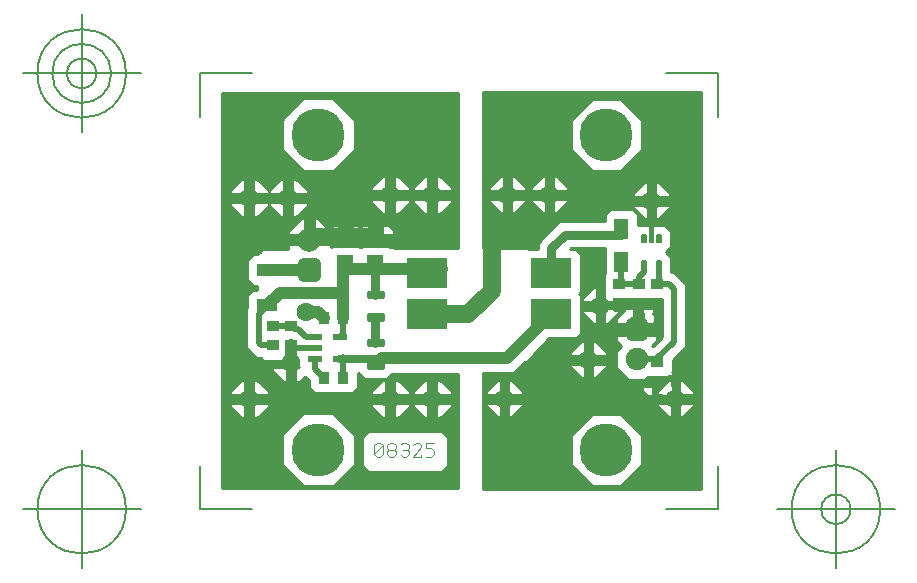
<source format=gbr>
G04 Generated by Ultiboard 11.0 *
%FSLAX25Y25*%
%MOIN*%

%ADD10C,0.01000*%
%ADD11C,0.03937*%
%ADD12C,0.01969*%
%ADD13C,0.05906*%
%ADD14C,0.00446*%
%ADD15C,0.02756*%
%ADD16C,0.02953*%
%ADD17C,0.01575*%
%ADD18C,0.00500*%
%ADD19C,0.06299*%
%ADD20C,0.17717*%
%ADD21R,0.13780X0.09843*%
%ADD22R,0.03740X0.03937*%
%ADD23R,0.04724X0.02165*%
%ADD24R,0.03957X0.03957*%
%ADD25C,0.03917*%
%ADD26C,0.07874*%
%ADD27R,0.06890X0.04134*%
%ADD28R,0.03937X0.03740*%
%ADD29R,0.04168X0.01084*%
%ADD30C,0.01666*%
%ADD31R,0.05709X0.04528*%
%ADD32C,0.07480*%
%ADD33R,0.03563X0.03563*%
%ADD34R,0.01181X0.02362*%
%ADD35C,0.00787*%
%ADD36R,0.04961X0.07087*%


G04 ColorRGB 00FF00 for the following layer *
%LNCopper Top*%
%LPD*%
%FSLAX25Y25*%
%MOIN*%
G54D10*
X28937Y134933D02*
X35347Y134933D01*
X35347Y134933D02*
X35347Y106406D01*
X35347Y106406D02*
X31594Y102653D01*
X31594Y102653D02*
X31594Y101327D01*
X31594Y101327D02*
X35347Y101327D01*
X35347Y101327D02*
X35347Y98673D01*
X35347Y98673D02*
X31594Y98673D01*
X31594Y98673D02*
X31594Y97347D01*
X31594Y97347D02*
X35347Y93594D01*
X35347Y93594D02*
X35347Y93014D01*
X35347Y93014D02*
X28937Y93014D01*
X28937Y93014D02*
X28937Y134933D01*
G36*
X28937Y134933D02*
X35347Y134933D01*
X35347Y106406D01*
X31594Y102653D01*
X31594Y101327D01*
X35347Y101327D01*
X35347Y98673D01*
X31594Y98673D01*
X31594Y97347D01*
X35347Y93594D01*
X35347Y93014D01*
X28937Y93014D01*
X28937Y134933D01*
G37*
X28937Y134933D02*
X35347Y134933D01*
X35347Y134933D02*
X35347Y106406D01*
X35347Y106406D02*
X31594Y102653D01*
X31594Y102653D02*
X31594Y101327D01*
X31594Y101327D02*
X35347Y101327D01*
X35347Y101327D02*
X35347Y98673D01*
X35347Y98673D02*
X31594Y98673D01*
X31594Y98673D02*
X31594Y97347D01*
X31594Y97347D02*
X35347Y93594D01*
X35347Y93594D02*
X35347Y93014D01*
X35347Y93014D02*
X28937Y93014D01*
X28937Y93014D02*
X28937Y134933D01*
X35347Y134933D02*
X40653Y134933D01*
X40653Y134933D02*
X40653Y106406D01*
X40653Y106406D02*
X39327Y106406D01*
X39327Y106406D02*
X39327Y101327D01*
X39327Y101327D02*
X40653Y101327D01*
X40653Y101327D02*
X40653Y98673D01*
X40653Y98673D02*
X39327Y98673D01*
X39327Y98673D02*
X39327Y93594D01*
X39327Y93594D02*
X40653Y93594D01*
X40653Y93594D02*
X40653Y93014D01*
X40653Y93014D02*
X35347Y93014D01*
X35347Y93014D02*
X35347Y93594D01*
X35347Y93594D02*
X36673Y93594D01*
X36673Y93594D02*
X36673Y98673D01*
X36673Y98673D02*
X35347Y98673D01*
X35347Y98673D02*
X35347Y101327D01*
X35347Y101327D02*
X36673Y101327D01*
X36673Y101327D02*
X36673Y106406D01*
X36673Y106406D02*
X35347Y106406D01*
X35347Y106406D02*
X35347Y134933D01*
G36*
X35347Y134933D02*
X40653Y134933D01*
X40653Y106406D01*
X39327Y106406D01*
X39327Y101327D01*
X40653Y101327D01*
X40653Y98673D01*
X39327Y98673D01*
X39327Y93594D01*
X40653Y93594D01*
X40653Y93014D01*
X35347Y93014D01*
X35347Y93594D01*
X36673Y93594D01*
X36673Y98673D01*
X35347Y98673D01*
X35347Y101327D01*
X36673Y101327D01*
X36673Y106406D01*
X35347Y106406D01*
X35347Y134933D01*
G37*
X35347Y134933D02*
X40653Y134933D01*
X40653Y134933D02*
X40653Y106406D01*
X40653Y106406D02*
X39327Y106406D01*
X39327Y106406D02*
X39327Y101327D01*
X39327Y101327D02*
X40653Y101327D01*
X40653Y101327D02*
X40653Y98673D01*
X40653Y98673D02*
X39327Y98673D01*
X39327Y98673D02*
X39327Y93594D01*
X39327Y93594D02*
X40653Y93594D01*
X40653Y93594D02*
X40653Y93014D01*
X40653Y93014D02*
X35347Y93014D01*
X35347Y93014D02*
X35347Y93594D01*
X35347Y93594D02*
X36673Y93594D01*
X36673Y93594D02*
X36673Y98673D01*
X36673Y98673D02*
X35347Y98673D01*
X35347Y98673D02*
X35347Y101327D01*
X35347Y101327D02*
X36673Y101327D01*
X36673Y101327D02*
X36673Y106406D01*
X36673Y106406D02*
X35347Y106406D01*
X35347Y106406D02*
X35347Y134933D01*
X40653Y134933D02*
X48347Y134933D01*
X48347Y134933D02*
X48347Y106406D01*
X48347Y106406D02*
X44594Y102653D01*
X44594Y102653D02*
X44594Y101327D01*
X44594Y101327D02*
X48347Y101327D01*
X48347Y101327D02*
X48347Y98673D01*
X48347Y98673D02*
X44594Y98673D01*
X44594Y98673D02*
X44594Y97347D01*
X44594Y97347D02*
X48347Y93594D01*
X48347Y93594D02*
X48347Y93014D01*
X48347Y93014D02*
X40653Y93014D01*
X40653Y93014D02*
X40653Y93594D01*
X40653Y93594D02*
X44406Y97347D01*
X44406Y97347D02*
X44406Y98673D01*
X44406Y98673D02*
X40653Y98673D01*
X40653Y98673D02*
X40653Y101327D01*
X40653Y101327D02*
X44406Y101327D01*
X44406Y101327D02*
X44406Y102653D01*
X44406Y102653D02*
X40653Y106406D01*
X40653Y106406D02*
X40653Y134933D01*
G36*
X40653Y134933D02*
X48347Y134933D01*
X48347Y106406D01*
X44594Y102653D01*
X44594Y101327D01*
X48347Y101327D01*
X48347Y98673D01*
X44594Y98673D01*
X44594Y97347D01*
X48347Y93594D01*
X48347Y93014D01*
X40653Y93014D01*
X40653Y93594D01*
X44406Y97347D01*
X44406Y98673D01*
X40653Y98673D01*
X40653Y101327D01*
X44406Y101327D01*
X44406Y102653D01*
X40653Y106406D01*
X40653Y134933D01*
G37*
X40653Y134933D02*
X48347Y134933D01*
X48347Y134933D02*
X48347Y106406D01*
X48347Y106406D02*
X44594Y102653D01*
X44594Y102653D02*
X44594Y101327D01*
X44594Y101327D02*
X48347Y101327D01*
X48347Y101327D02*
X48347Y98673D01*
X48347Y98673D02*
X44594Y98673D01*
X44594Y98673D02*
X44594Y97347D01*
X44594Y97347D02*
X48347Y93594D01*
X48347Y93594D02*
X48347Y93014D01*
X48347Y93014D02*
X40653Y93014D01*
X40653Y93014D02*
X40653Y93594D01*
X40653Y93594D02*
X44406Y97347D01*
X44406Y97347D02*
X44406Y98673D01*
X44406Y98673D02*
X40653Y98673D01*
X40653Y98673D02*
X40653Y101327D01*
X40653Y101327D02*
X44406Y101327D01*
X44406Y101327D02*
X44406Y102653D01*
X44406Y102653D02*
X40653Y106406D01*
X40653Y106406D02*
X40653Y134933D01*
X48347Y134933D02*
X53653Y134933D01*
X53653Y134933D02*
X53653Y130785D01*
X53653Y130785D02*
X48886Y126018D01*
X48886Y126018D02*
X48886Y115982D01*
X48886Y115982D02*
X53653Y111215D01*
X53653Y111215D02*
X53653Y106406D01*
X53653Y106406D02*
X52327Y106406D01*
X52327Y106406D02*
X52327Y101327D01*
X52327Y101327D02*
X53653Y101327D01*
X53653Y101327D02*
X53653Y98673D01*
X53653Y98673D02*
X52327Y98673D01*
X52327Y98673D02*
X52327Y93594D01*
X52327Y93594D02*
X53653Y93594D01*
X53653Y93594D02*
X53653Y93014D01*
X53653Y93014D02*
X48347Y93014D01*
X48347Y93014D02*
X48347Y93594D01*
X48347Y93594D02*
X49673Y93594D01*
X49673Y93594D02*
X49673Y98673D01*
X49673Y98673D02*
X48347Y98673D01*
X48347Y98673D02*
X48347Y101327D01*
X48347Y101327D02*
X49673Y101327D01*
X49673Y101327D02*
X49673Y106406D01*
X49673Y106406D02*
X48347Y106406D01*
X48347Y106406D02*
X48347Y134933D01*
G36*
X48347Y134933D02*
X53653Y134933D01*
X53653Y130785D01*
X48886Y126018D01*
X48886Y115982D01*
X53653Y111215D01*
X53653Y106406D01*
X52327Y106406D01*
X52327Y101327D01*
X53653Y101327D01*
X53653Y98673D01*
X52327Y98673D01*
X52327Y93594D01*
X53653Y93594D01*
X53653Y93014D01*
X48347Y93014D01*
X48347Y93594D01*
X49673Y93594D01*
X49673Y98673D01*
X48347Y98673D01*
X48347Y101327D01*
X49673Y101327D01*
X49673Y106406D01*
X48347Y106406D01*
X48347Y134933D01*
G37*
X48347Y134933D02*
X53653Y134933D01*
X53653Y134933D02*
X53653Y130785D01*
X53653Y130785D02*
X48886Y126018D01*
X48886Y126018D02*
X48886Y115982D01*
X48886Y115982D02*
X53653Y111215D01*
X53653Y111215D02*
X53653Y106406D01*
X53653Y106406D02*
X52327Y106406D01*
X52327Y106406D02*
X52327Y101327D01*
X52327Y101327D02*
X53653Y101327D01*
X53653Y101327D02*
X53653Y98673D01*
X53653Y98673D02*
X52327Y98673D01*
X52327Y98673D02*
X52327Y93594D01*
X52327Y93594D02*
X53653Y93594D01*
X53653Y93594D02*
X53653Y93014D01*
X53653Y93014D02*
X48347Y93014D01*
X48347Y93014D02*
X48347Y93594D01*
X48347Y93594D02*
X49673Y93594D01*
X49673Y93594D02*
X49673Y98673D01*
X49673Y98673D02*
X48347Y98673D01*
X48347Y98673D02*
X48347Y101327D01*
X48347Y101327D02*
X49673Y101327D01*
X49673Y101327D02*
X49673Y106406D01*
X49673Y106406D02*
X48347Y106406D01*
X48347Y106406D02*
X48347Y134933D01*
X68209Y134933D02*
X82347Y134933D01*
X82347Y134933D02*
X82347Y107406D01*
X82347Y107406D02*
X78594Y103653D01*
X78594Y103653D02*
X78594Y102327D01*
X78594Y102327D02*
X82347Y102327D01*
X82347Y102327D02*
X82347Y99673D01*
X82347Y99673D02*
X78594Y99673D01*
X78594Y99673D02*
X78594Y98347D01*
X78594Y98347D02*
X82347Y94594D01*
X82347Y94594D02*
X82347Y93014D01*
X82347Y93014D02*
X68209Y93014D01*
X68209Y93014D02*
X68209Y111077D01*
X68209Y111077D02*
X73114Y115982D01*
X73114Y115982D02*
X73114Y126018D01*
X73114Y126018D02*
X68209Y130923D01*
X68209Y130923D02*
X68209Y134933D01*
G36*
X68209Y134933D02*
X82347Y134933D01*
X82347Y107406D01*
X78594Y103653D01*
X78594Y102327D01*
X82347Y102327D01*
X82347Y99673D01*
X78594Y99673D01*
X78594Y98347D01*
X82347Y94594D01*
X82347Y93014D01*
X68209Y93014D01*
X68209Y111077D01*
X73114Y115982D01*
X73114Y126018D01*
X68209Y130923D01*
X68209Y134933D01*
G37*
X68209Y134933D02*
X82347Y134933D01*
X82347Y134933D02*
X82347Y107406D01*
X82347Y107406D02*
X78594Y103653D01*
X78594Y103653D02*
X78594Y102327D01*
X78594Y102327D02*
X82347Y102327D01*
X82347Y102327D02*
X82347Y99673D01*
X82347Y99673D02*
X78594Y99673D01*
X78594Y99673D02*
X78594Y98347D01*
X78594Y98347D02*
X82347Y94594D01*
X82347Y94594D02*
X82347Y93014D01*
X82347Y93014D02*
X68209Y93014D01*
X68209Y93014D02*
X68209Y111077D01*
X68209Y111077D02*
X73114Y115982D01*
X73114Y115982D02*
X73114Y126018D01*
X73114Y126018D02*
X68209Y130923D01*
X68209Y130923D02*
X68209Y134933D01*
X82347Y134933D02*
X87653Y134933D01*
X87653Y134933D02*
X87653Y107406D01*
X87653Y107406D02*
X86327Y107406D01*
X86327Y107406D02*
X86327Y102327D01*
X86327Y102327D02*
X87653Y102327D01*
X87653Y102327D02*
X87653Y99673D01*
X87653Y99673D02*
X86327Y99673D01*
X86327Y99673D02*
X86327Y94594D01*
X86327Y94594D02*
X87653Y94594D01*
X87653Y94594D02*
X87653Y93014D01*
X87653Y93014D02*
X82347Y93014D01*
X82347Y93014D02*
X82347Y94594D01*
X82347Y94594D02*
X83673Y94594D01*
X83673Y94594D02*
X83673Y99673D01*
X83673Y99673D02*
X82347Y99673D01*
X82347Y99673D02*
X82347Y102327D01*
X82347Y102327D02*
X83673Y102327D01*
X83673Y102327D02*
X83673Y107406D01*
X83673Y107406D02*
X82347Y107406D01*
X82347Y107406D02*
X82347Y134933D01*
G36*
X82347Y134933D02*
X87653Y134933D01*
X87653Y107406D01*
X86327Y107406D01*
X86327Y102327D01*
X87653Y102327D01*
X87653Y99673D01*
X86327Y99673D01*
X86327Y94594D01*
X87653Y94594D01*
X87653Y93014D01*
X82347Y93014D01*
X82347Y94594D01*
X83673Y94594D01*
X83673Y99673D01*
X82347Y99673D01*
X82347Y102327D01*
X83673Y102327D01*
X83673Y107406D01*
X82347Y107406D01*
X82347Y134933D01*
G37*
X82347Y134933D02*
X87653Y134933D01*
X87653Y134933D02*
X87653Y107406D01*
X87653Y107406D02*
X86327Y107406D01*
X86327Y107406D02*
X86327Y102327D01*
X86327Y102327D02*
X87653Y102327D01*
X87653Y102327D02*
X87653Y99673D01*
X87653Y99673D02*
X86327Y99673D01*
X86327Y99673D02*
X86327Y94594D01*
X86327Y94594D02*
X87653Y94594D01*
X87653Y94594D02*
X87653Y93014D01*
X87653Y93014D02*
X82347Y93014D01*
X82347Y93014D02*
X82347Y94594D01*
X82347Y94594D02*
X83673Y94594D01*
X83673Y94594D02*
X83673Y99673D01*
X83673Y99673D02*
X82347Y99673D01*
X82347Y99673D02*
X82347Y102327D01*
X82347Y102327D02*
X83673Y102327D01*
X83673Y102327D02*
X83673Y107406D01*
X83673Y107406D02*
X82347Y107406D01*
X82347Y107406D02*
X82347Y134933D01*
X87653Y134933D02*
X96347Y134933D01*
X96347Y134933D02*
X96347Y107406D01*
X96347Y107406D02*
X92594Y103653D01*
X92594Y103653D02*
X92594Y102327D01*
X92594Y102327D02*
X96347Y102327D01*
X96347Y102327D02*
X96347Y99673D01*
X96347Y99673D02*
X92594Y99673D01*
X92594Y99673D02*
X92594Y98347D01*
X92594Y98347D02*
X96347Y94594D01*
X96347Y94594D02*
X96347Y93014D01*
X96347Y93014D02*
X87653Y93014D01*
X87653Y93014D02*
X87653Y94594D01*
X87653Y94594D02*
X91406Y98347D01*
X91406Y98347D02*
X91406Y99673D01*
X91406Y99673D02*
X87653Y99673D01*
X87653Y99673D02*
X87653Y102327D01*
X87653Y102327D02*
X91406Y102327D01*
X91406Y102327D02*
X91406Y103653D01*
X91406Y103653D02*
X87653Y107406D01*
X87653Y107406D02*
X87653Y134933D01*
G36*
X87653Y134933D02*
X96347Y134933D01*
X96347Y107406D01*
X92594Y103653D01*
X92594Y102327D01*
X96347Y102327D01*
X96347Y99673D01*
X92594Y99673D01*
X92594Y98347D01*
X96347Y94594D01*
X96347Y93014D01*
X87653Y93014D01*
X87653Y94594D01*
X91406Y98347D01*
X91406Y99673D01*
X87653Y99673D01*
X87653Y102327D01*
X91406Y102327D01*
X91406Y103653D01*
X87653Y107406D01*
X87653Y134933D01*
G37*
X87653Y134933D02*
X96347Y134933D01*
X96347Y134933D02*
X96347Y107406D01*
X96347Y107406D02*
X92594Y103653D01*
X92594Y103653D02*
X92594Y102327D01*
X92594Y102327D02*
X96347Y102327D01*
X96347Y102327D02*
X96347Y99673D01*
X96347Y99673D02*
X92594Y99673D01*
X92594Y99673D02*
X92594Y98347D01*
X92594Y98347D02*
X96347Y94594D01*
X96347Y94594D02*
X96347Y93014D01*
X96347Y93014D02*
X87653Y93014D01*
X87653Y93014D02*
X87653Y94594D01*
X87653Y94594D02*
X91406Y98347D01*
X91406Y98347D02*
X91406Y99673D01*
X91406Y99673D02*
X87653Y99673D01*
X87653Y99673D02*
X87653Y102327D01*
X87653Y102327D02*
X91406Y102327D01*
X91406Y102327D02*
X91406Y103653D01*
X91406Y103653D02*
X87653Y107406D01*
X87653Y107406D02*
X87653Y134933D01*
X96347Y134933D02*
X101653Y134933D01*
X101653Y134933D02*
X101653Y107406D01*
X101653Y107406D02*
X100327Y107406D01*
X100327Y107406D02*
X100327Y102327D01*
X100327Y102327D02*
X101653Y102327D01*
X101653Y102327D02*
X101653Y99673D01*
X101653Y99673D02*
X100327Y99673D01*
X100327Y99673D02*
X100327Y94594D01*
X100327Y94594D02*
X101653Y94594D01*
X101653Y94594D02*
X101653Y93014D01*
X101653Y93014D02*
X96347Y93014D01*
X96347Y93014D02*
X96347Y94594D01*
X96347Y94594D02*
X97673Y94594D01*
X97673Y94594D02*
X97673Y99673D01*
X97673Y99673D02*
X96347Y99673D01*
X96347Y99673D02*
X96347Y102327D01*
X96347Y102327D02*
X97673Y102327D01*
X97673Y102327D02*
X97673Y107406D01*
X97673Y107406D02*
X96347Y107406D01*
X96347Y107406D02*
X96347Y134933D01*
G36*
X96347Y134933D02*
X101653Y134933D01*
X101653Y107406D01*
X100327Y107406D01*
X100327Y102327D01*
X101653Y102327D01*
X101653Y99673D01*
X100327Y99673D01*
X100327Y94594D01*
X101653Y94594D01*
X101653Y93014D01*
X96347Y93014D01*
X96347Y94594D01*
X97673Y94594D01*
X97673Y99673D01*
X96347Y99673D01*
X96347Y102327D01*
X97673Y102327D01*
X97673Y107406D01*
X96347Y107406D01*
X96347Y134933D01*
G37*
X96347Y134933D02*
X101653Y134933D01*
X101653Y134933D02*
X101653Y107406D01*
X101653Y107406D02*
X100327Y107406D01*
X100327Y107406D02*
X100327Y102327D01*
X100327Y102327D02*
X101653Y102327D01*
X101653Y102327D02*
X101653Y99673D01*
X101653Y99673D02*
X100327Y99673D01*
X100327Y99673D02*
X100327Y94594D01*
X100327Y94594D02*
X101653Y94594D01*
X101653Y94594D02*
X101653Y93014D01*
X101653Y93014D02*
X96347Y93014D01*
X96347Y93014D02*
X96347Y94594D01*
X96347Y94594D02*
X97673Y94594D01*
X97673Y94594D02*
X97673Y99673D01*
X97673Y99673D02*
X96347Y99673D01*
X96347Y99673D02*
X96347Y102327D01*
X96347Y102327D02*
X97673Y102327D01*
X97673Y102327D02*
X97673Y107406D01*
X97673Y107406D02*
X96347Y107406D01*
X96347Y107406D02*
X96347Y134933D01*
X101653Y134933D02*
X107480Y134933D01*
X107480Y134933D02*
X107480Y93014D01*
X107480Y93014D02*
X101653Y93014D01*
X101653Y93014D02*
X101653Y94594D01*
X101653Y94594D02*
X105406Y98347D01*
X105406Y98347D02*
X105406Y99673D01*
X105406Y99673D02*
X101653Y99673D01*
X101653Y99673D02*
X101653Y102327D01*
X101653Y102327D02*
X105406Y102327D01*
X105406Y102327D02*
X105406Y103653D01*
X105406Y103653D02*
X101653Y107406D01*
X101653Y107406D02*
X101653Y134933D01*
G36*
X101653Y134933D02*
X107480Y134933D01*
X107480Y93014D01*
X101653Y93014D01*
X101653Y94594D01*
X105406Y98347D01*
X105406Y99673D01*
X101653Y99673D01*
X101653Y102327D01*
X105406Y102327D01*
X105406Y103653D01*
X101653Y107406D01*
X101653Y134933D01*
G37*
X101653Y134933D02*
X107480Y134933D01*
X107480Y134933D02*
X107480Y93014D01*
X107480Y93014D02*
X101653Y93014D01*
X101653Y93014D02*
X101653Y94594D01*
X101653Y94594D02*
X105406Y98347D01*
X105406Y98347D02*
X105406Y99673D01*
X105406Y99673D02*
X101653Y99673D01*
X101653Y99673D02*
X101653Y102327D01*
X101653Y102327D02*
X105406Y102327D01*
X105406Y102327D02*
X105406Y103653D01*
X105406Y103653D02*
X101653Y107406D01*
X101653Y107406D02*
X101653Y134933D01*
X61158Y93014D02*
X60979Y93193D01*
X60979Y93193D02*
X59490Y93193D01*
X59490Y93193D02*
X59490Y93014D01*
X59490Y93014D02*
X56510Y93014D01*
X56510Y93014D02*
X56510Y93193D01*
X56510Y93193D02*
X55021Y93193D01*
X55021Y93193D02*
X54842Y93014D01*
X54842Y93014D02*
X53653Y93014D01*
X53653Y93014D02*
X53653Y93594D01*
X53653Y93594D02*
X57406Y97347D01*
X57406Y97347D02*
X57406Y98673D01*
X57406Y98673D02*
X53653Y98673D01*
X53653Y98673D02*
X53653Y101327D01*
X53653Y101327D02*
X57406Y101327D01*
X57406Y101327D02*
X57406Y102653D01*
X57406Y102653D02*
X53653Y106406D01*
X53653Y106406D02*
X53653Y111215D01*
X53653Y111215D02*
X55982Y108886D01*
X55982Y108886D02*
X66018Y108886D01*
X66018Y108886D02*
X68209Y111077D01*
X68209Y111077D02*
X68209Y93014D01*
X68209Y93014D02*
X61158Y93014D01*
G36*
X61158Y93014D02*
X60979Y93193D01*
X59490Y93193D01*
X59490Y93014D01*
X56510Y93014D01*
X56510Y93193D01*
X55021Y93193D01*
X54842Y93014D01*
X53653Y93014D01*
X53653Y93594D01*
X57406Y97347D01*
X57406Y98673D01*
X53653Y98673D01*
X53653Y101327D01*
X57406Y101327D01*
X57406Y102653D01*
X53653Y106406D01*
X53653Y111215D01*
X55982Y108886D01*
X66018Y108886D01*
X68209Y111077D01*
X68209Y93014D01*
X61158Y93014D01*
G37*
X61158Y93014D02*
X60979Y93193D01*
X60979Y93193D02*
X59490Y93193D01*
X59490Y93193D02*
X59490Y93014D01*
X59490Y93014D02*
X56510Y93014D01*
X56510Y93014D02*
X56510Y93193D01*
X56510Y93193D02*
X55021Y93193D01*
X55021Y93193D02*
X54842Y93014D01*
X54842Y93014D02*
X53653Y93014D01*
X53653Y93014D02*
X53653Y93594D01*
X53653Y93594D02*
X57406Y97347D01*
X57406Y97347D02*
X57406Y98673D01*
X57406Y98673D02*
X53653Y98673D01*
X53653Y98673D02*
X53653Y101327D01*
X53653Y101327D02*
X57406Y101327D01*
X57406Y101327D02*
X57406Y102653D01*
X57406Y102653D02*
X53653Y106406D01*
X53653Y106406D02*
X53653Y111215D01*
X53653Y111215D02*
X55982Y108886D01*
X55982Y108886D02*
X66018Y108886D01*
X66018Y108886D02*
X68209Y111077D01*
X68209Y111077D02*
X68209Y93014D01*
X68209Y93014D02*
X61158Y93014D01*
X64453Y89719D02*
X61158Y93014D01*
X61158Y93014D02*
X68209Y93014D01*
X68209Y93014D02*
X68209Y89156D01*
X68209Y89156D02*
X67899Y89156D01*
X67899Y89156D02*
X67899Y91063D01*
X67899Y91063D02*
X65797Y91063D01*
X65797Y91063D02*
X64453Y89719D01*
G36*
X64453Y89719D02*
X61158Y93014D01*
X68209Y93014D01*
X68209Y89156D01*
X67899Y89156D01*
X67899Y91063D01*
X65797Y91063D01*
X64453Y89719D01*
G37*
X64453Y89719D02*
X61158Y93014D01*
X61158Y93014D02*
X68209Y93014D01*
X68209Y93014D02*
X68209Y89156D01*
X68209Y89156D02*
X67899Y89156D01*
X67899Y89156D02*
X67899Y91063D01*
X67899Y91063D02*
X65797Y91063D01*
X65797Y91063D02*
X64453Y89719D01*
X59653Y87490D02*
X65193Y87490D01*
X65193Y87490D02*
X65193Y87645D01*
X65193Y87645D02*
X67899Y87645D01*
X67899Y87645D02*
X67899Y89156D01*
X67899Y89156D02*
X68209Y89156D01*
X68209Y89156D02*
X68209Y83976D01*
X68209Y83976D02*
X65797Y83976D01*
X65797Y83976D02*
X65262Y83442D01*
X65262Y83442D02*
X65193Y83442D01*
X65193Y83442D02*
X65193Y84510D01*
X65193Y84510D02*
X59653Y84510D01*
X59653Y84510D02*
X59653Y87490D01*
G36*
X59653Y87490D02*
X65193Y87490D01*
X65193Y87645D01*
X67899Y87645D01*
X67899Y89156D01*
X68209Y89156D01*
X68209Y83976D01*
X65797Y83976D01*
X65262Y83442D01*
X65193Y83442D01*
X65193Y84510D01*
X59653Y84510D01*
X59653Y87490D01*
G37*
X59653Y87490D02*
X65193Y87490D01*
X65193Y87490D02*
X65193Y87645D01*
X65193Y87645D02*
X67899Y87645D01*
X67899Y87645D02*
X67899Y89156D01*
X67899Y89156D02*
X68209Y89156D01*
X68209Y89156D02*
X68209Y83976D01*
X68209Y83976D02*
X65797Y83976D01*
X65797Y83976D02*
X65262Y83442D01*
X65262Y83442D02*
X65193Y83442D01*
X65193Y83442D02*
X65193Y84510D01*
X65193Y84510D02*
X59653Y84510D01*
X59653Y84510D02*
X59653Y87490D01*
X57724Y39129D02*
X57724Y36683D01*
X57724Y36683D02*
X59632Y34776D01*
X59632Y34776D02*
X68209Y34776D01*
X68209Y34776D02*
X68209Y25923D01*
X68209Y25923D02*
X66018Y28114D01*
X66018Y28114D02*
X55982Y28114D01*
X55982Y28114D02*
X54653Y26785D01*
X54653Y26785D02*
X54653Y38594D01*
X54653Y38594D02*
X56456Y40398D01*
X56456Y40398D02*
X57724Y39129D01*
G36*
X57724Y39129D02*
X57724Y36683D01*
X59632Y34776D01*
X68209Y34776D01*
X68209Y25923D01*
X66018Y28114D01*
X55982Y28114D01*
X54653Y26785D01*
X54653Y38594D01*
X56456Y40398D01*
X57724Y39129D01*
G37*
X57724Y39129D02*
X57724Y36683D01*
X57724Y36683D02*
X59632Y34776D01*
X59632Y34776D02*
X68209Y34776D01*
X68209Y34776D02*
X68209Y25923D01*
X68209Y25923D02*
X66018Y28114D01*
X66018Y28114D02*
X55982Y28114D01*
X55982Y28114D02*
X54653Y26785D01*
X54653Y26785D02*
X54653Y38594D01*
X54653Y38594D02*
X56456Y40398D01*
X56456Y40398D02*
X57724Y39129D01*
X68209Y3256D02*
X54653Y3256D01*
X54653Y3256D02*
X54653Y5215D01*
X54653Y5215D02*
X55982Y3886D01*
X55982Y3886D02*
X66018Y3886D01*
X66018Y3886D02*
X68209Y6077D01*
X68209Y6077D02*
X68209Y3256D01*
G36*
X68209Y3256D02*
X54653Y3256D01*
X54653Y5215D01*
X55982Y3886D01*
X66018Y3886D01*
X68209Y6077D01*
X68209Y3256D01*
G37*
X68209Y3256D02*
X54653Y3256D01*
X54653Y3256D02*
X54653Y5215D01*
X54653Y5215D02*
X55982Y3886D01*
X55982Y3886D02*
X66018Y3886D01*
X66018Y3886D02*
X68209Y6077D01*
X68209Y6077D02*
X68209Y3256D01*
X40052Y69417D02*
X39206Y69417D01*
X39206Y69417D02*
X37299Y67510D01*
X37299Y67510D02*
X37299Y63520D01*
X37299Y63520D02*
X36815Y63036D01*
X36815Y63036D02*
X36815Y49866D01*
X36815Y49866D02*
X40052Y46629D01*
X40052Y46629D02*
X40052Y44584D01*
X40052Y44584D02*
X28937Y44584D01*
X28937Y44584D02*
X28937Y93014D01*
X28937Y93014D02*
X40052Y93014D01*
X40052Y93014D02*
X40052Y81228D01*
X40052Y81228D02*
X39206Y81228D01*
X39206Y81228D02*
X37299Y79321D01*
X37299Y79321D02*
X37299Y72490D01*
X37299Y72490D02*
X39206Y70583D01*
X39206Y70583D02*
X40052Y70583D01*
X40052Y70583D02*
X40052Y69417D01*
G36*
X40052Y69417D02*
X39206Y69417D01*
X37299Y67510D01*
X37299Y63520D01*
X36815Y63036D01*
X36815Y49866D01*
X40052Y46629D01*
X40052Y44584D01*
X28937Y44584D01*
X28937Y93014D01*
X40052Y93014D01*
X40052Y81228D01*
X39206Y81228D01*
X37299Y79321D01*
X37299Y72490D01*
X39206Y70583D01*
X40052Y70583D01*
X40052Y69417D01*
G37*
X40052Y69417D02*
X39206Y69417D01*
X39206Y69417D02*
X37299Y67510D01*
X37299Y67510D02*
X37299Y63520D01*
X37299Y63520D02*
X36815Y63036D01*
X36815Y63036D02*
X36815Y49866D01*
X36815Y49866D02*
X40052Y46629D01*
X40052Y46629D02*
X40052Y44584D01*
X40052Y44584D02*
X28937Y44584D01*
X28937Y44584D02*
X28937Y93014D01*
X28937Y93014D02*
X40052Y93014D01*
X40052Y93014D02*
X40052Y81228D01*
X40052Y81228D02*
X39206Y81228D01*
X39206Y81228D02*
X37299Y79321D01*
X37299Y79321D02*
X37299Y72490D01*
X37299Y72490D02*
X39206Y70583D01*
X39206Y70583D02*
X40052Y70583D01*
X40052Y70583D02*
X40052Y69417D01*
X44406Y35653D02*
X40653Y39406D01*
X40653Y39406D02*
X39327Y39406D01*
X39327Y39406D02*
X39327Y35653D01*
X39327Y35653D02*
X36673Y35653D01*
X36673Y35653D02*
X36673Y39406D01*
X36673Y39406D02*
X35347Y39406D01*
X35347Y39406D02*
X31594Y35653D01*
X31594Y35653D02*
X28937Y35653D01*
X28937Y35653D02*
X28937Y44584D01*
X28937Y44584D02*
X49347Y44584D01*
X49347Y44584D02*
X49347Y43673D01*
X49347Y43673D02*
X45594Y43673D01*
X45594Y43673D02*
X45594Y42347D01*
X45594Y42347D02*
X49347Y38594D01*
X49347Y38594D02*
X49347Y35653D01*
X49347Y35653D02*
X44406Y35653D01*
G36*
X44406Y35653D02*
X40653Y39406D01*
X39327Y39406D01*
X39327Y35653D01*
X36673Y35653D01*
X36673Y39406D01*
X35347Y39406D01*
X31594Y35653D01*
X28937Y35653D01*
X28937Y44584D01*
X49347Y44584D01*
X49347Y43673D01*
X45594Y43673D01*
X45594Y42347D01*
X49347Y38594D01*
X49347Y35653D01*
X44406Y35653D01*
G37*
X44406Y35653D02*
X40653Y39406D01*
X40653Y39406D02*
X39327Y39406D01*
X39327Y39406D02*
X39327Y35653D01*
X39327Y35653D02*
X36673Y35653D01*
X36673Y35653D02*
X36673Y39406D01*
X36673Y39406D02*
X35347Y39406D01*
X35347Y39406D02*
X31594Y35653D01*
X31594Y35653D02*
X28937Y35653D01*
X28937Y35653D02*
X28937Y44584D01*
X28937Y44584D02*
X49347Y44584D01*
X49347Y44584D02*
X49347Y43673D01*
X49347Y43673D02*
X45594Y43673D01*
X45594Y43673D02*
X45594Y42347D01*
X45594Y42347D02*
X49347Y38594D01*
X49347Y38594D02*
X49347Y35653D01*
X49347Y35653D02*
X44406Y35653D01*
X39327Y35653D02*
X39327Y34327D01*
X39327Y34327D02*
X44406Y34327D01*
X44406Y34327D02*
X44406Y35653D01*
X44406Y35653D02*
X49347Y35653D01*
X49347Y35653D02*
X49347Y30347D01*
X49347Y30347D02*
X44406Y30347D01*
X44406Y30347D02*
X44406Y31673D01*
X44406Y31673D02*
X39327Y31673D01*
X39327Y31673D02*
X39327Y30347D01*
X39327Y30347D02*
X36673Y30347D01*
X36673Y30347D02*
X36673Y31673D01*
X36673Y31673D02*
X31594Y31673D01*
X31594Y31673D02*
X31594Y30347D01*
X31594Y30347D02*
X28937Y30347D01*
X28937Y30347D02*
X28937Y35653D01*
X28937Y35653D02*
X31594Y35653D01*
X31594Y35653D02*
X31594Y34327D01*
X31594Y34327D02*
X36673Y34327D01*
X36673Y34327D02*
X36673Y35653D01*
X36673Y35653D02*
X39327Y35653D01*
G36*
X39327Y35653D02*
X39327Y34327D01*
X44406Y34327D01*
X44406Y35653D01*
X49347Y35653D01*
X49347Y30347D01*
X44406Y30347D01*
X44406Y31673D01*
X39327Y31673D01*
X39327Y30347D01*
X36673Y30347D01*
X36673Y31673D01*
X31594Y31673D01*
X31594Y30347D01*
X28937Y30347D01*
X28937Y35653D01*
X31594Y35653D01*
X31594Y34327D01*
X36673Y34327D01*
X36673Y35653D01*
X39327Y35653D01*
G37*
X39327Y35653D02*
X39327Y34327D01*
X39327Y34327D02*
X44406Y34327D01*
X44406Y34327D02*
X44406Y35653D01*
X44406Y35653D02*
X49347Y35653D01*
X49347Y35653D02*
X49347Y30347D01*
X49347Y30347D02*
X44406Y30347D01*
X44406Y30347D02*
X44406Y31673D01*
X44406Y31673D02*
X39327Y31673D01*
X39327Y31673D02*
X39327Y30347D01*
X39327Y30347D02*
X36673Y30347D01*
X36673Y30347D02*
X36673Y31673D01*
X36673Y31673D02*
X31594Y31673D01*
X31594Y31673D02*
X31594Y30347D01*
X31594Y30347D02*
X28937Y30347D01*
X28937Y30347D02*
X28937Y35653D01*
X28937Y35653D02*
X31594Y35653D01*
X31594Y35653D02*
X31594Y34327D01*
X31594Y34327D02*
X36673Y34327D01*
X36673Y34327D02*
X36673Y35653D01*
X36673Y35653D02*
X39327Y35653D01*
X49347Y3256D02*
X28937Y3256D01*
X28937Y3256D02*
X28937Y30347D01*
X28937Y30347D02*
X31594Y30347D01*
X31594Y30347D02*
X35347Y26594D01*
X35347Y26594D02*
X36673Y26594D01*
X36673Y26594D02*
X36673Y30347D01*
X36673Y30347D02*
X39327Y30347D01*
X39327Y30347D02*
X39327Y26594D01*
X39327Y26594D02*
X40653Y26594D01*
X40653Y26594D02*
X44406Y30347D01*
X44406Y30347D02*
X49347Y30347D01*
X49347Y30347D02*
X49347Y21479D01*
X49347Y21479D02*
X48886Y21018D01*
X48886Y21018D02*
X48886Y10982D01*
X48886Y10982D02*
X49347Y10521D01*
X49347Y10521D02*
X49347Y3256D01*
G36*
X49347Y3256D02*
X28937Y3256D01*
X28937Y30347D01*
X31594Y30347D01*
X35347Y26594D01*
X36673Y26594D01*
X36673Y30347D01*
X39327Y30347D01*
X39327Y26594D01*
X40653Y26594D01*
X44406Y30347D01*
X49347Y30347D01*
X49347Y21479D01*
X48886Y21018D01*
X48886Y10982D01*
X49347Y10521D01*
X49347Y3256D01*
G37*
X49347Y3256D02*
X28937Y3256D01*
X28937Y3256D02*
X28937Y30347D01*
X28937Y30347D02*
X31594Y30347D01*
X31594Y30347D02*
X35347Y26594D01*
X35347Y26594D02*
X36673Y26594D01*
X36673Y26594D02*
X36673Y30347D01*
X36673Y30347D02*
X39327Y30347D01*
X39327Y30347D02*
X39327Y26594D01*
X39327Y26594D02*
X40653Y26594D01*
X40653Y26594D02*
X44406Y30347D01*
X44406Y30347D02*
X49347Y30347D01*
X49347Y30347D02*
X49347Y21479D01*
X49347Y21479D02*
X48886Y21018D01*
X48886Y21018D02*
X48886Y10982D01*
X48886Y10982D02*
X49347Y10521D01*
X49347Y10521D02*
X49347Y3256D01*
X54248Y44584D02*
X54248Y43829D01*
X54248Y43829D02*
X54403Y43673D01*
X54403Y43673D02*
X53327Y43673D01*
X53327Y43673D02*
X53327Y38594D01*
X53327Y38594D02*
X54653Y38594D01*
X54653Y38594D02*
X54653Y26785D01*
X54653Y26785D02*
X49347Y21479D01*
X49347Y21479D02*
X49347Y38594D01*
X49347Y38594D02*
X50673Y38594D01*
X50673Y38594D02*
X50673Y43673D01*
X50673Y43673D02*
X49347Y43673D01*
X49347Y43673D02*
X49347Y44584D01*
X49347Y44584D02*
X54248Y44584D01*
G36*
X54248Y44584D02*
X54248Y43829D01*
X54403Y43673D01*
X53327Y43673D01*
X53327Y38594D01*
X54653Y38594D01*
X54653Y26785D01*
X49347Y21479D01*
X49347Y38594D01*
X50673Y38594D01*
X50673Y43673D01*
X49347Y43673D01*
X49347Y44584D01*
X54248Y44584D01*
G37*
X54248Y44584D02*
X54248Y43829D01*
X54248Y43829D02*
X54403Y43673D01*
X54403Y43673D02*
X53327Y43673D01*
X53327Y43673D02*
X53327Y38594D01*
X53327Y38594D02*
X54653Y38594D01*
X54653Y38594D02*
X54653Y26785D01*
X54653Y26785D02*
X49347Y21479D01*
X49347Y21479D02*
X49347Y38594D01*
X49347Y38594D02*
X50673Y38594D01*
X50673Y38594D02*
X50673Y43673D01*
X50673Y43673D02*
X49347Y43673D01*
X49347Y43673D02*
X49347Y44584D01*
X49347Y44584D02*
X54248Y44584D01*
X54653Y3256D02*
X49347Y3256D01*
X49347Y3256D02*
X49347Y10521D01*
X49347Y10521D02*
X54653Y5215D01*
X54653Y5215D02*
X54653Y3256D01*
G36*
X54653Y3256D02*
X49347Y3256D01*
X49347Y10521D01*
X54653Y5215D01*
X54653Y3256D01*
G37*
X54653Y3256D02*
X49347Y3256D01*
X49347Y3256D02*
X49347Y10521D01*
X49347Y10521D02*
X54653Y5215D01*
X54653Y5215D02*
X54653Y3256D01*
X49347Y45724D02*
X49347Y44584D01*
X49347Y44584D02*
X40052Y44584D01*
X40052Y44584D02*
X40052Y46629D01*
X40052Y46629D02*
X41778Y46629D01*
X41778Y46629D02*
X42683Y45724D01*
X42683Y45724D02*
X49347Y45724D01*
G36*
X49347Y45724D02*
X49347Y44584D01*
X40052Y44584D01*
X40052Y46629D01*
X41778Y46629D01*
X42683Y45724D01*
X49347Y45724D01*
G37*
X49347Y45724D02*
X49347Y44584D01*
X49347Y44584D02*
X40052Y44584D01*
X40052Y44584D02*
X40052Y46629D01*
X40052Y46629D02*
X41778Y46629D01*
X41778Y46629D02*
X42683Y45724D01*
X42683Y45724D02*
X49347Y45724D01*
X51224Y48398D02*
X53327Y48312D01*
X53327Y48312D02*
X53327Y46327D01*
X53327Y46327D02*
X53659Y46327D01*
X53659Y46327D02*
X53659Y45724D01*
X53659Y45724D02*
X53756Y45724D01*
X53756Y45724D02*
X53756Y44584D01*
X53756Y44584D02*
X49347Y44584D01*
X49347Y44584D02*
X49347Y45724D01*
X49347Y45724D02*
X50341Y45724D01*
X50341Y45724D02*
X50341Y46327D01*
X50341Y46327D02*
X50673Y46327D01*
X50673Y46327D02*
X50673Y47081D01*
X50673Y47081D02*
X51224Y47632D01*
X51224Y47632D02*
X51224Y48398D01*
G36*
X51224Y48398D02*
X53327Y48312D01*
X53327Y46327D01*
X53659Y46327D01*
X53659Y45724D01*
X53756Y45724D01*
X53756Y44584D01*
X49347Y44584D01*
X49347Y45724D01*
X50341Y45724D01*
X50341Y46327D01*
X50673Y46327D01*
X50673Y47081D01*
X51224Y47632D01*
X51224Y48398D01*
G37*
X51224Y48398D02*
X53327Y48312D01*
X53327Y48312D02*
X53327Y46327D01*
X53327Y46327D02*
X53659Y46327D01*
X53659Y46327D02*
X53659Y45724D01*
X53659Y45724D02*
X53756Y45724D01*
X53756Y45724D02*
X53756Y44584D01*
X53756Y44584D02*
X49347Y44584D01*
X49347Y44584D02*
X49347Y45724D01*
X49347Y45724D02*
X50341Y45724D01*
X50341Y45724D02*
X50341Y46327D01*
X50341Y46327D02*
X50673Y46327D01*
X50673Y46327D02*
X50673Y47081D01*
X50673Y47081D02*
X51224Y47632D01*
X51224Y47632D02*
X51224Y48398D01*
X54248Y45724D02*
X54248Y44584D01*
X54248Y44584D02*
X53756Y44584D01*
X53756Y44584D02*
X53756Y45724D01*
X53756Y45724D02*
X54248Y45724D01*
G36*
X54248Y45724D02*
X54248Y44584D01*
X53756Y44584D01*
X53756Y45724D01*
X54248Y45724D01*
G37*
X54248Y45724D02*
X54248Y44584D01*
X54248Y44584D02*
X53756Y44584D01*
X53756Y44584D02*
X53756Y45724D01*
X53756Y45724D02*
X54248Y45724D01*
X59490Y83193D02*
X56510Y83193D01*
X56510Y83193D02*
X56510Y84510D01*
X56510Y84510D02*
X53756Y84510D01*
X53756Y84510D02*
X53756Y87490D01*
X53756Y87490D02*
X56510Y87490D01*
X56510Y87490D02*
X56510Y93014D01*
X56510Y93014D02*
X59490Y93014D01*
X59490Y93014D02*
X59490Y87490D01*
X59490Y87490D02*
X59653Y87490D01*
X59653Y87490D02*
X59653Y84510D01*
X59653Y84510D02*
X59490Y84510D01*
X59490Y84510D02*
X59490Y83193D01*
G36*
X59490Y83193D02*
X56510Y83193D01*
X56510Y84510D01*
X53756Y84510D01*
X53756Y87490D01*
X56510Y87490D01*
X56510Y93014D01*
X59490Y93014D01*
X59490Y87490D01*
X59653Y87490D01*
X59653Y84510D01*
X59490Y84510D01*
X59490Y83193D01*
G37*
X59490Y83193D02*
X56510Y83193D01*
X56510Y83193D02*
X56510Y84510D01*
X56510Y84510D02*
X53756Y84510D01*
X53756Y84510D02*
X53756Y87490D01*
X53756Y87490D02*
X56510Y87490D01*
X56510Y87490D02*
X56510Y93014D01*
X56510Y93014D02*
X59490Y93014D01*
X59490Y93014D02*
X59490Y87490D01*
X59490Y87490D02*
X59653Y87490D01*
X59653Y87490D02*
X59653Y84510D01*
X59653Y84510D02*
X59490Y84510D01*
X59490Y84510D02*
X59490Y83193D01*
X50807Y83029D02*
X49347Y83019D01*
X49347Y83019D02*
X49347Y93014D01*
X49347Y93014D02*
X53756Y93014D01*
X53756Y93014D02*
X53756Y91929D01*
X53756Y91929D02*
X50807Y88979D01*
X50807Y88979D02*
X50807Y87490D01*
X50807Y87490D02*
X53756Y87490D01*
X53756Y87490D02*
X53756Y84510D01*
X53756Y84510D02*
X50807Y84510D01*
X50807Y84510D02*
X50807Y83029D01*
G36*
X50807Y83029D02*
X49347Y83019D01*
X49347Y93014D01*
X53756Y93014D01*
X53756Y91929D01*
X50807Y88979D01*
X50807Y87490D01*
X53756Y87490D01*
X53756Y84510D01*
X50807Y84510D01*
X50807Y83029D01*
G37*
X50807Y83029D02*
X49347Y83019D01*
X49347Y83019D02*
X49347Y93014D01*
X49347Y93014D02*
X53756Y93014D01*
X53756Y93014D02*
X53756Y91929D01*
X53756Y91929D02*
X50807Y88979D01*
X50807Y88979D02*
X50807Y87490D01*
X50807Y87490D02*
X53756Y87490D01*
X53756Y87490D02*
X53756Y84510D01*
X53756Y84510D02*
X50807Y84510D01*
X50807Y84510D02*
X50807Y83029D01*
X40600Y81228D02*
X40052Y81228D01*
X40052Y81228D02*
X40052Y93014D01*
X40052Y93014D02*
X49347Y93014D01*
X49347Y93014D02*
X49347Y83019D01*
X49347Y83019D02*
X42330Y82971D01*
X42330Y82971D02*
X41391Y82019D01*
X41391Y82019D02*
X40600Y81228D01*
G36*
X40600Y81228D02*
X40052Y81228D01*
X40052Y93014D01*
X49347Y93014D01*
X49347Y83019D01*
X42330Y82971D01*
X41391Y82019D01*
X40600Y81228D01*
G37*
X40600Y81228D02*
X40052Y81228D01*
X40052Y81228D02*
X40052Y93014D01*
X40052Y93014D02*
X49347Y93014D01*
X49347Y93014D02*
X49347Y83019D01*
X49347Y83019D02*
X42330Y82971D01*
X42330Y82971D02*
X41391Y82019D01*
X41391Y82019D02*
X40600Y81228D01*
X54842Y93014D02*
X53756Y91929D01*
X53756Y91929D02*
X53756Y93014D01*
X53756Y93014D02*
X54842Y93014D01*
G36*
X54842Y93014D02*
X53756Y91929D01*
X53756Y93014D01*
X54842Y93014D01*
G37*
X54842Y93014D02*
X53756Y91929D01*
X53756Y91929D02*
X53756Y93014D01*
X53756Y93014D02*
X54842Y93014D01*
X40445Y70583D02*
X40445Y69417D01*
X40445Y69417D02*
X40052Y69417D01*
X40052Y69417D02*
X40052Y70583D01*
X40052Y70583D02*
X40445Y70583D01*
G36*
X40445Y70583D02*
X40445Y69417D01*
X40052Y69417D01*
X40052Y70583D01*
X40445Y70583D01*
G37*
X40445Y70583D02*
X40445Y69417D01*
X40445Y69417D02*
X40052Y69417D01*
X40052Y69417D02*
X40052Y70583D01*
X40052Y70583D02*
X40445Y70583D01*
X87653Y41226D02*
X96347Y41226D01*
X96347Y41226D02*
X96347Y39406D01*
X96347Y39406D02*
X92594Y35653D01*
X92594Y35653D02*
X92594Y34327D01*
X92594Y34327D02*
X96347Y34327D01*
X96347Y34327D02*
X96347Y31673D01*
X96347Y31673D02*
X92594Y31673D01*
X92594Y31673D02*
X92594Y30347D01*
X92594Y30347D02*
X91406Y30347D01*
X91406Y30347D02*
X91406Y31673D01*
X91406Y31673D02*
X87653Y31673D01*
X87653Y31673D02*
X87653Y34327D01*
X87653Y34327D02*
X91406Y34327D01*
X91406Y34327D02*
X91406Y35653D01*
X91406Y35653D02*
X87653Y39406D01*
X87653Y39406D02*
X87653Y41226D01*
G36*
X87653Y41226D02*
X96347Y41226D01*
X96347Y39406D01*
X92594Y35653D01*
X92594Y34327D01*
X96347Y34327D01*
X96347Y31673D01*
X92594Y31673D01*
X92594Y30347D01*
X91406Y30347D01*
X91406Y31673D01*
X87653Y31673D01*
X87653Y34327D01*
X91406Y34327D01*
X91406Y35653D01*
X87653Y39406D01*
X87653Y41226D01*
G37*
X87653Y41226D02*
X96347Y41226D01*
X96347Y41226D02*
X96347Y39406D01*
X96347Y39406D02*
X92594Y35653D01*
X92594Y35653D02*
X92594Y34327D01*
X92594Y34327D02*
X96347Y34327D01*
X96347Y34327D02*
X96347Y31673D01*
X96347Y31673D02*
X92594Y31673D01*
X92594Y31673D02*
X92594Y30347D01*
X92594Y30347D02*
X91406Y30347D01*
X91406Y30347D02*
X91406Y31673D01*
X91406Y31673D02*
X87653Y31673D01*
X87653Y31673D02*
X87653Y34327D01*
X87653Y34327D02*
X91406Y34327D01*
X91406Y34327D02*
X91406Y35653D01*
X91406Y35653D02*
X87653Y39406D01*
X87653Y39406D02*
X87653Y41226D01*
X96347Y41226D02*
X107480Y41226D01*
X107480Y41226D02*
X107480Y35653D01*
X107480Y35653D02*
X105406Y35653D01*
X105406Y35653D02*
X101653Y39406D01*
X101653Y39406D02*
X100327Y39406D01*
X100327Y39406D02*
X100327Y35653D01*
X100327Y35653D02*
X97673Y35653D01*
X97673Y35653D02*
X97673Y39406D01*
X97673Y39406D02*
X96347Y39406D01*
X96347Y39406D02*
X96347Y41226D01*
G36*
X96347Y41226D02*
X107480Y41226D01*
X107480Y35653D01*
X105406Y35653D01*
X101653Y39406D01*
X100327Y39406D01*
X100327Y35653D01*
X97673Y35653D01*
X97673Y39406D01*
X96347Y39406D01*
X96347Y41226D01*
G37*
X96347Y41226D02*
X107480Y41226D01*
X107480Y41226D02*
X107480Y35653D01*
X107480Y35653D02*
X105406Y35653D01*
X105406Y35653D02*
X101653Y39406D01*
X101653Y39406D02*
X100327Y39406D01*
X100327Y39406D02*
X100327Y35653D01*
X100327Y35653D02*
X97673Y35653D01*
X97673Y35653D02*
X97673Y39406D01*
X97673Y39406D02*
X96347Y39406D01*
X96347Y39406D02*
X96347Y41226D01*
X100327Y35653D02*
X100327Y34327D01*
X100327Y34327D02*
X105406Y34327D01*
X105406Y34327D02*
X105406Y35653D01*
X105406Y35653D02*
X107480Y35653D01*
X107480Y35653D02*
X107480Y30347D01*
X107480Y30347D02*
X105406Y30347D01*
X105406Y30347D02*
X105406Y31673D01*
X105406Y31673D02*
X100327Y31673D01*
X100327Y31673D02*
X100327Y30347D01*
X100327Y30347D02*
X97673Y30347D01*
X97673Y30347D02*
X97673Y31673D01*
X97673Y31673D02*
X96347Y31673D01*
X96347Y31673D02*
X96347Y34327D01*
X96347Y34327D02*
X97673Y34327D01*
X97673Y34327D02*
X97673Y35653D01*
X97673Y35653D02*
X100327Y35653D01*
G36*
X100327Y35653D02*
X100327Y34327D01*
X105406Y34327D01*
X105406Y35653D01*
X107480Y35653D01*
X107480Y30347D01*
X105406Y30347D01*
X105406Y31673D01*
X100327Y31673D01*
X100327Y30347D01*
X97673Y30347D01*
X97673Y31673D01*
X96347Y31673D01*
X96347Y34327D01*
X97673Y34327D01*
X97673Y35653D01*
X100327Y35653D01*
G37*
X100327Y35653D02*
X100327Y34327D01*
X100327Y34327D02*
X105406Y34327D01*
X105406Y34327D02*
X105406Y35653D01*
X105406Y35653D02*
X107480Y35653D01*
X107480Y35653D02*
X107480Y30347D01*
X107480Y30347D02*
X105406Y30347D01*
X105406Y30347D02*
X105406Y31673D01*
X105406Y31673D02*
X100327Y31673D01*
X100327Y31673D02*
X100327Y30347D01*
X100327Y30347D02*
X97673Y30347D01*
X97673Y30347D02*
X97673Y31673D01*
X97673Y31673D02*
X96347Y31673D01*
X96347Y31673D02*
X96347Y34327D01*
X96347Y34327D02*
X97673Y34327D01*
X97673Y34327D02*
X97673Y35653D01*
X97673Y35653D02*
X100327Y35653D01*
X107480Y3256D02*
X87653Y3256D01*
X87653Y3256D02*
X87653Y8726D01*
X87653Y8726D02*
X102022Y8726D01*
X102022Y8726D02*
X104030Y10734D01*
X104030Y10734D02*
X104030Y20368D01*
X104030Y20368D02*
X102022Y22377D01*
X102022Y22377D02*
X87653Y22377D01*
X87653Y22377D02*
X87653Y26594D01*
X87653Y26594D02*
X91406Y30347D01*
X91406Y30347D02*
X92594Y30347D01*
X92594Y30347D02*
X96347Y26594D01*
X96347Y26594D02*
X97673Y26594D01*
X97673Y26594D02*
X97673Y30347D01*
X97673Y30347D02*
X100327Y30347D01*
X100327Y30347D02*
X100327Y26594D01*
X100327Y26594D02*
X101653Y26594D01*
X101653Y26594D02*
X105406Y30347D01*
X105406Y30347D02*
X107480Y30347D01*
X107480Y30347D02*
X107480Y3256D01*
G36*
X107480Y3256D02*
X87653Y3256D01*
X87653Y8726D01*
X102022Y8726D01*
X104030Y10734D01*
X104030Y20368D01*
X102022Y22377D01*
X87653Y22377D01*
X87653Y26594D01*
X91406Y30347D01*
X92594Y30347D01*
X96347Y26594D01*
X97673Y26594D01*
X97673Y30347D01*
X100327Y30347D01*
X100327Y26594D01*
X101653Y26594D01*
X105406Y30347D01*
X107480Y30347D01*
X107480Y3256D01*
G37*
X107480Y3256D02*
X87653Y3256D01*
X87653Y3256D02*
X87653Y8726D01*
X87653Y8726D02*
X102022Y8726D01*
X102022Y8726D02*
X104030Y10734D01*
X104030Y10734D02*
X104030Y20368D01*
X104030Y20368D02*
X102022Y22377D01*
X102022Y22377D02*
X87653Y22377D01*
X87653Y22377D02*
X87653Y26594D01*
X87653Y26594D02*
X91406Y30347D01*
X91406Y30347D02*
X92594Y30347D01*
X92594Y30347D02*
X96347Y26594D01*
X96347Y26594D02*
X97673Y26594D01*
X97673Y26594D02*
X97673Y30347D01*
X97673Y30347D02*
X100327Y30347D01*
X100327Y30347D02*
X100327Y26594D01*
X100327Y26594D02*
X101653Y26594D01*
X101653Y26594D02*
X105406Y30347D01*
X105406Y30347D02*
X107480Y30347D01*
X107480Y30347D02*
X107480Y3256D01*
X68209Y34776D02*
X72368Y34776D01*
X72368Y34776D02*
X74276Y36683D01*
X74276Y36683D02*
X74276Y41566D01*
X74276Y41566D02*
X76222Y39619D01*
X76222Y39619D02*
X82347Y39619D01*
X82347Y39619D02*
X82347Y39406D01*
X82347Y39406D02*
X78594Y35653D01*
X78594Y35653D02*
X78594Y34327D01*
X78594Y34327D02*
X82347Y34327D01*
X82347Y34327D02*
X82347Y31673D01*
X82347Y31673D02*
X78594Y31673D01*
X78594Y31673D02*
X78594Y30347D01*
X78594Y30347D02*
X68209Y30347D01*
X68209Y30347D02*
X68209Y34776D01*
G36*
X68209Y34776D02*
X72368Y34776D01*
X74276Y36683D01*
X74276Y41566D01*
X76222Y39619D01*
X82347Y39619D01*
X82347Y39406D01*
X78594Y35653D01*
X78594Y34327D01*
X82347Y34327D01*
X82347Y31673D01*
X78594Y31673D01*
X78594Y30347D01*
X68209Y30347D01*
X68209Y34776D01*
G37*
X68209Y34776D02*
X72368Y34776D01*
X72368Y34776D02*
X74276Y36683D01*
X74276Y36683D02*
X74276Y41566D01*
X74276Y41566D02*
X76222Y39619D01*
X76222Y39619D02*
X82347Y39619D01*
X82347Y39619D02*
X82347Y39406D01*
X82347Y39406D02*
X78594Y35653D01*
X78594Y35653D02*
X78594Y34327D01*
X78594Y34327D02*
X82347Y34327D01*
X82347Y34327D02*
X82347Y31673D01*
X82347Y31673D02*
X78594Y31673D01*
X78594Y31673D02*
X78594Y30347D01*
X78594Y30347D02*
X68209Y30347D01*
X68209Y30347D02*
X68209Y34776D01*
X82347Y39619D02*
X83778Y39619D01*
X83778Y39619D02*
X85384Y41226D01*
X85384Y41226D02*
X87653Y41226D01*
X87653Y41226D02*
X87653Y39406D01*
X87653Y39406D02*
X86327Y39406D01*
X86327Y39406D02*
X86327Y34327D01*
X86327Y34327D02*
X87653Y34327D01*
X87653Y34327D02*
X87653Y31673D01*
X87653Y31673D02*
X86327Y31673D01*
X86327Y31673D02*
X86327Y30347D01*
X86327Y30347D02*
X83673Y30347D01*
X83673Y30347D02*
X83673Y31673D01*
X83673Y31673D02*
X82347Y31673D01*
X82347Y31673D02*
X82347Y34327D01*
X82347Y34327D02*
X83673Y34327D01*
X83673Y34327D02*
X83673Y39406D01*
X83673Y39406D02*
X82347Y39406D01*
X82347Y39406D02*
X82347Y39619D01*
G36*
X82347Y39619D02*
X83778Y39619D01*
X85384Y41226D01*
X87653Y41226D01*
X87653Y39406D01*
X86327Y39406D01*
X86327Y34327D01*
X87653Y34327D01*
X87653Y31673D01*
X86327Y31673D01*
X86327Y30347D01*
X83673Y30347D01*
X83673Y31673D01*
X82347Y31673D01*
X82347Y34327D01*
X83673Y34327D01*
X83673Y39406D01*
X82347Y39406D01*
X82347Y39619D01*
G37*
X82347Y39619D02*
X83778Y39619D01*
X83778Y39619D02*
X85384Y41226D01*
X85384Y41226D02*
X87653Y41226D01*
X87653Y41226D02*
X87653Y39406D01*
X87653Y39406D02*
X86327Y39406D01*
X86327Y39406D02*
X86327Y34327D01*
X86327Y34327D02*
X87653Y34327D01*
X87653Y34327D02*
X87653Y31673D01*
X87653Y31673D02*
X86327Y31673D01*
X86327Y31673D02*
X86327Y30347D01*
X86327Y30347D02*
X83673Y30347D01*
X83673Y30347D02*
X83673Y31673D01*
X83673Y31673D02*
X82347Y31673D01*
X82347Y31673D02*
X82347Y34327D01*
X82347Y34327D02*
X83673Y34327D01*
X83673Y34327D02*
X83673Y39406D01*
X83673Y39406D02*
X82347Y39406D01*
X82347Y39406D02*
X82347Y39619D01*
X87653Y3256D02*
X68209Y3256D01*
X68209Y3256D02*
X68209Y6077D01*
X68209Y6077D02*
X73114Y10982D01*
X73114Y10982D02*
X73114Y21018D01*
X73114Y21018D02*
X68209Y25923D01*
X68209Y25923D02*
X68209Y30347D01*
X68209Y30347D02*
X78594Y30347D01*
X78594Y30347D02*
X82347Y26594D01*
X82347Y26594D02*
X83673Y26594D01*
X83673Y26594D02*
X83673Y30347D01*
X83673Y30347D02*
X86327Y30347D01*
X86327Y30347D02*
X86327Y26594D01*
X86327Y26594D02*
X87653Y26594D01*
X87653Y26594D02*
X87653Y22377D01*
X87653Y22377D02*
X77663Y22377D01*
X77663Y22377D02*
X75655Y20368D01*
X75655Y20368D02*
X75655Y10734D01*
X75655Y10734D02*
X77663Y8726D01*
X77663Y8726D02*
X87653Y8726D01*
X87653Y8726D02*
X87653Y3256D01*
G36*
X87653Y3256D02*
X68209Y3256D01*
X68209Y6077D01*
X73114Y10982D01*
X73114Y21018D01*
X68209Y25923D01*
X68209Y30347D01*
X78594Y30347D01*
X82347Y26594D01*
X83673Y26594D01*
X83673Y30347D01*
X86327Y30347D01*
X86327Y26594D01*
X87653Y26594D01*
X87653Y22377D01*
X77663Y22377D01*
X75655Y20368D01*
X75655Y10734D01*
X77663Y8726D01*
X87653Y8726D01*
X87653Y3256D01*
G37*
X87653Y3256D02*
X68209Y3256D01*
X68209Y3256D02*
X68209Y6077D01*
X68209Y6077D02*
X73114Y10982D01*
X73114Y10982D02*
X73114Y21018D01*
X73114Y21018D02*
X68209Y25923D01*
X68209Y25923D02*
X68209Y30347D01*
X68209Y30347D02*
X78594Y30347D01*
X78594Y30347D02*
X82347Y26594D01*
X82347Y26594D02*
X83673Y26594D01*
X83673Y26594D02*
X83673Y30347D01*
X83673Y30347D02*
X86327Y30347D01*
X86327Y30347D02*
X86327Y26594D01*
X86327Y26594D02*
X87653Y26594D01*
X87653Y26594D02*
X87653Y22377D01*
X87653Y22377D02*
X77663Y22377D01*
X77663Y22377D02*
X75655Y20368D01*
X75655Y20368D02*
X75655Y10734D01*
X75655Y10734D02*
X77663Y8726D01*
X77663Y8726D02*
X87653Y8726D01*
X87653Y8726D02*
X87653Y3256D01*
X107480Y83420D02*
X86110Y83273D01*
X86110Y83273D02*
X86110Y83442D01*
X86110Y83442D02*
X84738Y83442D01*
X84738Y83442D02*
X84203Y83976D01*
X84203Y83976D02*
X84203Y87645D01*
X84203Y87645D02*
X86110Y87645D01*
X86110Y87645D02*
X86110Y89156D01*
X86110Y89156D02*
X84203Y91063D01*
X84203Y91063D02*
X84203Y93014D01*
X84203Y93014D02*
X107480Y93014D01*
X107480Y93014D02*
X107480Y83420D01*
G36*
X107480Y83420D02*
X86110Y83273D01*
X86110Y83442D01*
X84738Y83442D01*
X84203Y83976D01*
X84203Y87645D01*
X86110Y87645D01*
X86110Y89156D01*
X84203Y91063D01*
X84203Y93014D01*
X107480Y93014D01*
X107480Y83420D01*
G37*
X107480Y83420D02*
X86110Y83273D01*
X86110Y83273D02*
X86110Y83442D01*
X86110Y83442D02*
X84738Y83442D01*
X84738Y83442D02*
X84203Y83976D01*
X84203Y83976D02*
X84203Y87645D01*
X84203Y87645D02*
X86110Y87645D01*
X86110Y87645D02*
X86110Y89156D01*
X86110Y89156D02*
X84203Y91063D01*
X84203Y91063D02*
X84203Y93014D01*
X84203Y93014D02*
X107480Y93014D01*
X107480Y93014D02*
X107480Y83420D01*
X74203Y83976D02*
X68209Y83976D01*
X68209Y83976D02*
X68209Y93014D01*
X68209Y93014D02*
X74203Y93014D01*
X74203Y93014D02*
X74203Y91063D01*
X74203Y91063D02*
X72101Y91063D01*
X72101Y91063D02*
X72101Y87645D01*
X72101Y87645D02*
X74203Y87645D01*
X74203Y87645D02*
X74203Y83976D01*
G36*
X74203Y83976D02*
X68209Y83976D01*
X68209Y93014D01*
X74203Y93014D01*
X74203Y91063D01*
X72101Y91063D01*
X72101Y87645D01*
X74203Y87645D01*
X74203Y83976D01*
G37*
X74203Y83976D02*
X68209Y83976D01*
X68209Y83976D02*
X68209Y93014D01*
X68209Y93014D02*
X74203Y93014D01*
X74203Y93014D02*
X74203Y91063D01*
X74203Y91063D02*
X72101Y91063D01*
X72101Y91063D02*
X72101Y87645D01*
X72101Y87645D02*
X74203Y87645D01*
X74203Y87645D02*
X74203Y83976D01*
X77899Y87645D02*
X77899Y91063D01*
X77899Y91063D02*
X75797Y91063D01*
X75797Y91063D02*
X75000Y90266D01*
X75000Y90266D02*
X74203Y91063D01*
X74203Y91063D02*
X74203Y93014D01*
X74203Y93014D02*
X78040Y93014D01*
X78040Y93014D02*
X78040Y83976D01*
X78040Y83976D02*
X75797Y83976D01*
X75797Y83976D02*
X75262Y83442D01*
X75262Y83442D02*
X74738Y83442D01*
X74738Y83442D02*
X74203Y83976D01*
X74203Y83976D02*
X74203Y87645D01*
X74203Y87645D02*
X77899Y87645D01*
G36*
X77899Y87645D02*
X77899Y91063D01*
X75797Y91063D01*
X75000Y90266D01*
X74203Y91063D01*
X74203Y93014D01*
X78040Y93014D01*
X78040Y83976D01*
X75797Y83976D01*
X75262Y83442D01*
X74738Y83442D01*
X74203Y83976D01*
X74203Y87645D01*
X77899Y87645D01*
G37*
X77899Y87645D02*
X77899Y91063D01*
X77899Y91063D02*
X75797Y91063D01*
X75797Y91063D02*
X75000Y90266D01*
X75000Y90266D02*
X74203Y91063D01*
X74203Y91063D02*
X74203Y93014D01*
X74203Y93014D02*
X78040Y93014D01*
X78040Y93014D02*
X78040Y83976D01*
X78040Y83976D02*
X75797Y83976D01*
X75797Y83976D02*
X75262Y83442D01*
X75262Y83442D02*
X74738Y83442D01*
X74738Y83442D02*
X74203Y83976D01*
X74203Y83976D02*
X74203Y87645D01*
X74203Y87645D02*
X77899Y87645D01*
X84203Y91063D02*
X82101Y91063D01*
X82101Y91063D02*
X82101Y87645D01*
X82101Y87645D02*
X84203Y87645D01*
X84203Y87645D02*
X84203Y83976D01*
X84203Y83976D02*
X78040Y83976D01*
X78040Y83976D02*
X78040Y93014D01*
X78040Y93014D02*
X84203Y93014D01*
X84203Y93014D02*
X84203Y91063D01*
G36*
X84203Y91063D02*
X82101Y91063D01*
X82101Y87645D01*
X84203Y87645D01*
X84203Y83976D01*
X78040Y83976D01*
X78040Y93014D01*
X84203Y93014D01*
X84203Y91063D01*
G37*
X84203Y91063D02*
X82101Y91063D01*
X82101Y91063D02*
X82101Y87645D01*
X82101Y87645D02*
X84203Y87645D01*
X84203Y87645D02*
X84203Y83976D01*
X84203Y83976D02*
X78040Y83976D01*
X78040Y83976D02*
X78040Y93014D01*
X78040Y93014D02*
X84203Y93014D01*
X84203Y93014D02*
X84203Y91063D01*
X53653Y134933D02*
X68209Y134933D01*
X68209Y134933D02*
X68209Y130923D01*
X68209Y130923D02*
X66018Y133114D01*
X66018Y133114D02*
X55982Y133114D01*
X55982Y133114D02*
X53653Y130785D01*
X53653Y130785D02*
X53653Y134933D01*
G36*
X53653Y134933D02*
X68209Y134933D01*
X68209Y130923D01*
X66018Y133114D01*
X55982Y133114D01*
X53653Y130785D01*
X53653Y134933D01*
G37*
X53653Y134933D02*
X68209Y134933D01*
X68209Y134933D02*
X68209Y130923D01*
X68209Y130923D02*
X66018Y133114D01*
X66018Y133114D02*
X55982Y133114D01*
X55982Y133114D02*
X53653Y130785D01*
X53653Y130785D02*
X53653Y134933D01*
X115748Y135130D02*
X126572Y135130D01*
X126572Y135130D02*
X126572Y107209D01*
X126572Y107209D02*
X125286Y107209D01*
X125286Y107209D02*
X125286Y103572D01*
X125286Y103572D02*
X122714Y103572D01*
X122714Y103572D02*
X122714Y107209D01*
X122714Y107209D02*
X121428Y107209D01*
X121428Y107209D02*
X117791Y103572D01*
X117791Y103572D02*
X115748Y103572D01*
X115748Y103572D02*
X115748Y135130D01*
G36*
X115748Y135130D02*
X126572Y135130D01*
X126572Y107209D01*
X125286Y107209D01*
X125286Y103572D01*
X122714Y103572D01*
X122714Y107209D01*
X121428Y107209D01*
X117791Y103572D01*
X115748Y103572D01*
X115748Y135130D01*
G37*
X115748Y135130D02*
X126572Y135130D01*
X126572Y135130D02*
X126572Y107209D01*
X126572Y107209D02*
X125286Y107209D01*
X125286Y107209D02*
X125286Y103572D01*
X125286Y103572D02*
X122714Y103572D01*
X122714Y103572D02*
X122714Y107209D01*
X122714Y107209D02*
X121428Y107209D01*
X121428Y107209D02*
X117791Y103572D01*
X117791Y103572D02*
X115748Y103572D01*
X115748Y103572D02*
X115748Y135130D01*
X125286Y103572D02*
X125286Y102286D01*
X125286Y102286D02*
X126572Y102286D01*
X126572Y102286D02*
X126572Y99714D01*
X126572Y99714D02*
X125286Y99714D01*
X125286Y99714D02*
X125286Y98428D01*
X125286Y98428D02*
X122714Y98428D01*
X122714Y98428D02*
X122714Y99714D01*
X122714Y99714D02*
X117791Y99714D01*
X117791Y99714D02*
X117791Y98428D01*
X117791Y98428D02*
X115748Y98428D01*
X115748Y98428D02*
X115748Y103572D01*
X115748Y103572D02*
X117791Y103572D01*
X117791Y103572D02*
X117791Y102286D01*
X117791Y102286D02*
X122714Y102286D01*
X122714Y102286D02*
X122714Y103572D01*
X122714Y103572D02*
X125286Y103572D01*
G36*
X125286Y103572D02*
X125286Y102286D01*
X126572Y102286D01*
X126572Y99714D01*
X125286Y99714D01*
X125286Y98428D01*
X122714Y98428D01*
X122714Y99714D01*
X117791Y99714D01*
X117791Y98428D01*
X115748Y98428D01*
X115748Y103572D01*
X117791Y103572D01*
X117791Y102286D01*
X122714Y102286D01*
X122714Y103572D01*
X125286Y103572D01*
G37*
X125286Y103572D02*
X125286Y102286D01*
X125286Y102286D02*
X126572Y102286D01*
X126572Y102286D02*
X126572Y99714D01*
X126572Y99714D02*
X125286Y99714D01*
X125286Y99714D02*
X125286Y98428D01*
X125286Y98428D02*
X122714Y98428D01*
X122714Y98428D02*
X122714Y99714D01*
X122714Y99714D02*
X117791Y99714D01*
X117791Y99714D02*
X117791Y98428D01*
X117791Y98428D02*
X115748Y98428D01*
X115748Y98428D02*
X115748Y103572D01*
X115748Y103572D02*
X117791Y103572D01*
X117791Y103572D02*
X117791Y102286D01*
X117791Y102286D02*
X122714Y102286D01*
X122714Y102286D02*
X122714Y103572D01*
X122714Y103572D02*
X125286Y103572D01*
X117791Y98428D02*
X121428Y94791D01*
X121428Y94791D02*
X122714Y94791D01*
X122714Y94791D02*
X122714Y98428D01*
X122714Y98428D02*
X125286Y98428D01*
X125286Y98428D02*
X125286Y94791D01*
X125286Y94791D02*
X126572Y94791D01*
X126572Y94791D02*
X126572Y92161D01*
X126572Y92161D02*
X115748Y92161D01*
X115748Y92161D02*
X115748Y98428D01*
X115748Y98428D02*
X117791Y98428D01*
G36*
X117791Y98428D02*
X121428Y94791D01*
X122714Y94791D01*
X122714Y98428D01*
X125286Y98428D01*
X125286Y94791D01*
X126572Y94791D01*
X126572Y92161D01*
X115748Y92161D01*
X115748Y98428D01*
X117791Y98428D01*
G37*
X117791Y98428D02*
X121428Y94791D01*
X121428Y94791D02*
X122714Y94791D01*
X122714Y94791D02*
X122714Y98428D01*
X122714Y98428D02*
X125286Y98428D01*
X125286Y98428D02*
X125286Y94791D01*
X125286Y94791D02*
X126572Y94791D01*
X126572Y94791D02*
X126572Y92161D01*
X126572Y92161D02*
X115748Y92161D01*
X115748Y92161D02*
X115748Y98428D01*
X115748Y98428D02*
X117791Y98428D01*
X126572Y135130D02*
X135428Y135130D01*
X135428Y135130D02*
X135428Y107209D01*
X135428Y107209D02*
X131791Y103572D01*
X131791Y103572D02*
X131791Y102286D01*
X131791Y102286D02*
X135428Y102286D01*
X135428Y102286D02*
X135428Y99714D01*
X135428Y99714D02*
X131791Y99714D01*
X131791Y99714D02*
X131791Y98428D01*
X131791Y98428D02*
X135428Y94791D01*
X135428Y94791D02*
X135428Y92161D01*
X135428Y92161D02*
X126572Y92161D01*
X126572Y92161D02*
X126572Y94791D01*
X126572Y94791D02*
X130209Y98428D01*
X130209Y98428D02*
X130209Y99714D01*
X130209Y99714D02*
X126572Y99714D01*
X126572Y99714D02*
X126572Y102286D01*
X126572Y102286D02*
X130209Y102286D01*
X130209Y102286D02*
X130209Y103572D01*
X130209Y103572D02*
X126572Y107209D01*
X126572Y107209D02*
X126572Y135130D01*
G36*
X126572Y135130D02*
X135428Y135130D01*
X135428Y107209D01*
X131791Y103572D01*
X131791Y102286D01*
X135428Y102286D01*
X135428Y99714D01*
X131791Y99714D01*
X131791Y98428D01*
X135428Y94791D01*
X135428Y92161D01*
X126572Y92161D01*
X126572Y94791D01*
X130209Y98428D01*
X130209Y99714D01*
X126572Y99714D01*
X126572Y102286D01*
X130209Y102286D01*
X130209Y103572D01*
X126572Y107209D01*
X126572Y135130D01*
G37*
X126572Y135130D02*
X135428Y135130D01*
X135428Y135130D02*
X135428Y107209D01*
X135428Y107209D02*
X131791Y103572D01*
X131791Y103572D02*
X131791Y102286D01*
X131791Y102286D02*
X135428Y102286D01*
X135428Y102286D02*
X135428Y99714D01*
X135428Y99714D02*
X131791Y99714D01*
X131791Y99714D02*
X131791Y98428D01*
X131791Y98428D02*
X135428Y94791D01*
X135428Y94791D02*
X135428Y92161D01*
X135428Y92161D02*
X126572Y92161D01*
X126572Y92161D02*
X126572Y94791D01*
X126572Y94791D02*
X130209Y98428D01*
X130209Y98428D02*
X130209Y99714D01*
X130209Y99714D02*
X126572Y99714D01*
X126572Y99714D02*
X126572Y102286D01*
X126572Y102286D02*
X130209Y102286D01*
X130209Y102286D02*
X130209Y103572D01*
X130209Y103572D02*
X126572Y107209D01*
X126572Y107209D02*
X126572Y135130D01*
X131096Y82870D02*
X130577Y83383D01*
X130577Y83383D02*
X115748Y83280D01*
X115748Y83280D02*
X115748Y92161D01*
X115748Y92161D02*
X140548Y92161D01*
X140548Y92161D02*
X140548Y91452D01*
X140548Y91452D02*
X134134Y85038D01*
X134134Y85038D02*
X134134Y82870D01*
X134134Y82870D02*
X131096Y82870D01*
G36*
X131096Y82870D02*
X130577Y83383D01*
X115748Y83280D01*
X115748Y92161D01*
X140548Y92161D01*
X140548Y91452D01*
X134134Y85038D01*
X134134Y82870D01*
X131096Y82870D01*
G37*
X131096Y82870D02*
X130577Y83383D01*
X130577Y83383D02*
X115748Y83280D01*
X115748Y83280D02*
X115748Y92161D01*
X115748Y92161D02*
X140548Y92161D01*
X140548Y92161D02*
X140548Y91452D01*
X140548Y91452D02*
X134134Y85038D01*
X134134Y85038D02*
X134134Y82870D01*
X134134Y82870D02*
X131096Y82870D01*
X130005Y45336D02*
X130470Y45316D01*
X130470Y45316D02*
X131243Y46028D01*
X131243Y46028D02*
X148428Y46028D01*
X148428Y46028D02*
X148428Y44714D01*
X148428Y44714D02*
X144791Y44714D01*
X144791Y44714D02*
X144791Y43428D01*
X144791Y43428D02*
X148428Y39791D01*
X148428Y39791D02*
X148428Y35572D01*
X148428Y35572D02*
X129209Y35572D01*
X129209Y35572D02*
X125572Y39209D01*
X125572Y39209D02*
X124286Y39209D01*
X124286Y39209D02*
X124286Y35572D01*
X124286Y35572D02*
X121714Y35572D01*
X121714Y35572D02*
X121714Y39209D01*
X121714Y39209D02*
X120428Y39209D01*
X120428Y39209D02*
X116791Y35572D01*
X116791Y35572D02*
X115748Y35572D01*
X115748Y35572D02*
X115748Y41422D01*
X115748Y41422D02*
X126092Y41422D01*
X126092Y41422D02*
X130005Y45336D01*
G36*
X130005Y45336D02*
X130470Y45316D01*
X131243Y46028D01*
X148428Y46028D01*
X148428Y44714D01*
X144791Y44714D01*
X144791Y43428D01*
X148428Y39791D01*
X148428Y35572D01*
X129209Y35572D01*
X125572Y39209D01*
X124286Y39209D01*
X124286Y35572D01*
X121714Y35572D01*
X121714Y39209D01*
X120428Y39209D01*
X116791Y35572D01*
X115748Y35572D01*
X115748Y41422D01*
X126092Y41422D01*
X130005Y45336D01*
G37*
X130005Y45336D02*
X130470Y45316D01*
X130470Y45316D02*
X131243Y46028D01*
X131243Y46028D02*
X148428Y46028D01*
X148428Y46028D02*
X148428Y44714D01*
X148428Y44714D02*
X144791Y44714D01*
X144791Y44714D02*
X144791Y43428D01*
X144791Y43428D02*
X148428Y39791D01*
X148428Y39791D02*
X148428Y35572D01*
X148428Y35572D02*
X129209Y35572D01*
X129209Y35572D02*
X125572Y39209D01*
X125572Y39209D02*
X124286Y39209D01*
X124286Y39209D02*
X124286Y35572D01*
X124286Y35572D02*
X121714Y35572D01*
X121714Y35572D02*
X121714Y39209D01*
X121714Y39209D02*
X120428Y39209D01*
X120428Y39209D02*
X116791Y35572D01*
X116791Y35572D02*
X115748Y35572D01*
X115748Y35572D02*
X115748Y41422D01*
X115748Y41422D02*
X126092Y41422D01*
X126092Y41422D02*
X130005Y45336D01*
X124286Y35572D02*
X124286Y34286D01*
X124286Y34286D02*
X129209Y34286D01*
X129209Y34286D02*
X129209Y35572D01*
X129209Y35572D02*
X148428Y35572D01*
X148428Y35572D02*
X148428Y30428D01*
X148428Y30428D02*
X129209Y30428D01*
X129209Y30428D02*
X129209Y31714D01*
X129209Y31714D02*
X124286Y31714D01*
X124286Y31714D02*
X124286Y30428D01*
X124286Y30428D02*
X121714Y30428D01*
X121714Y30428D02*
X121714Y31714D01*
X121714Y31714D02*
X116791Y31714D01*
X116791Y31714D02*
X116791Y30428D01*
X116791Y30428D02*
X115748Y30428D01*
X115748Y30428D02*
X115748Y35572D01*
X115748Y35572D02*
X116791Y35572D01*
X116791Y35572D02*
X116791Y34286D01*
X116791Y34286D02*
X121714Y34286D01*
X121714Y34286D02*
X121714Y35572D01*
X121714Y35572D02*
X124286Y35572D01*
G36*
X124286Y35572D02*
X124286Y34286D01*
X129209Y34286D01*
X129209Y35572D01*
X148428Y35572D01*
X148428Y30428D01*
X129209Y30428D01*
X129209Y31714D01*
X124286Y31714D01*
X124286Y30428D01*
X121714Y30428D01*
X121714Y31714D01*
X116791Y31714D01*
X116791Y30428D01*
X115748Y30428D01*
X115748Y35572D01*
X116791Y35572D01*
X116791Y34286D01*
X121714Y34286D01*
X121714Y35572D01*
X124286Y35572D01*
G37*
X124286Y35572D02*
X124286Y34286D01*
X124286Y34286D02*
X129209Y34286D01*
X129209Y34286D02*
X129209Y35572D01*
X129209Y35572D02*
X148428Y35572D01*
X148428Y35572D02*
X148428Y30428D01*
X148428Y30428D02*
X129209Y30428D01*
X129209Y30428D02*
X129209Y31714D01*
X129209Y31714D02*
X124286Y31714D01*
X124286Y31714D02*
X124286Y30428D01*
X124286Y30428D02*
X121714Y30428D01*
X121714Y30428D02*
X121714Y31714D01*
X121714Y31714D02*
X116791Y31714D01*
X116791Y31714D02*
X116791Y30428D01*
X116791Y30428D02*
X115748Y30428D01*
X115748Y30428D02*
X115748Y35572D01*
X115748Y35572D02*
X116791Y35572D01*
X116791Y35572D02*
X116791Y34286D01*
X116791Y34286D02*
X121714Y34286D01*
X121714Y34286D02*
X121714Y35572D01*
X121714Y35572D02*
X124286Y35572D01*
X148428Y3059D02*
X115748Y3059D01*
X115748Y3059D02*
X115748Y30428D01*
X115748Y30428D02*
X116791Y30428D01*
X116791Y30428D02*
X120428Y26791D01*
X120428Y26791D02*
X121714Y26791D01*
X121714Y26791D02*
X121714Y30428D01*
X121714Y30428D02*
X124286Y30428D01*
X124286Y30428D02*
X124286Y26791D01*
X124286Y26791D02*
X125572Y26791D01*
X125572Y26791D02*
X129209Y30428D01*
X129209Y30428D02*
X148428Y30428D01*
X148428Y30428D02*
X148428Y24282D01*
X148428Y24282D02*
X145083Y20936D01*
X145083Y20936D02*
X145083Y11064D01*
X145083Y11064D02*
X148428Y7718D01*
X148428Y7718D02*
X148428Y3059D01*
G36*
X148428Y3059D02*
X115748Y3059D01*
X115748Y30428D01*
X116791Y30428D01*
X120428Y26791D01*
X121714Y26791D01*
X121714Y30428D01*
X124286Y30428D01*
X124286Y26791D01*
X125572Y26791D01*
X129209Y30428D01*
X148428Y30428D01*
X148428Y24282D01*
X145083Y20936D01*
X145083Y11064D01*
X148428Y7718D01*
X148428Y3059D01*
G37*
X148428Y3059D02*
X115748Y3059D01*
X115748Y3059D02*
X115748Y30428D01*
X115748Y30428D02*
X116791Y30428D01*
X116791Y30428D02*
X120428Y26791D01*
X120428Y26791D02*
X121714Y26791D01*
X121714Y26791D02*
X121714Y30428D01*
X121714Y30428D02*
X124286Y30428D01*
X124286Y30428D02*
X124286Y26791D01*
X124286Y26791D02*
X125572Y26791D01*
X125572Y26791D02*
X129209Y30428D01*
X129209Y30428D02*
X148428Y30428D01*
X148428Y30428D02*
X148428Y24282D01*
X148428Y24282D02*
X145083Y20936D01*
X145083Y20936D02*
X145083Y11064D01*
X145083Y11064D02*
X148428Y7718D01*
X148428Y7718D02*
X148428Y3059D01*
X135428Y135130D02*
X140572Y135130D01*
X140572Y135130D02*
X140572Y107209D01*
X140572Y107209D02*
X139286Y107209D01*
X139286Y107209D02*
X139286Y102286D01*
X139286Y102286D02*
X140572Y102286D01*
X140572Y102286D02*
X140572Y99714D01*
X140572Y99714D02*
X139286Y99714D01*
X139286Y99714D02*
X139286Y94791D01*
X139286Y94791D02*
X140572Y94791D01*
X140572Y94791D02*
X140572Y92161D01*
X140572Y92161D02*
X135428Y92161D01*
X135428Y92161D02*
X135428Y94791D01*
X135428Y94791D02*
X136714Y94791D01*
X136714Y94791D02*
X136714Y99714D01*
X136714Y99714D02*
X135428Y99714D01*
X135428Y99714D02*
X135428Y102286D01*
X135428Y102286D02*
X136714Y102286D01*
X136714Y102286D02*
X136714Y107209D01*
X136714Y107209D02*
X135428Y107209D01*
X135428Y107209D02*
X135428Y135130D01*
G36*
X135428Y135130D02*
X140572Y135130D01*
X140572Y107209D01*
X139286Y107209D01*
X139286Y102286D01*
X140572Y102286D01*
X140572Y99714D01*
X139286Y99714D01*
X139286Y94791D01*
X140572Y94791D01*
X140572Y92161D01*
X135428Y92161D01*
X135428Y94791D01*
X136714Y94791D01*
X136714Y99714D01*
X135428Y99714D01*
X135428Y102286D01*
X136714Y102286D01*
X136714Y107209D01*
X135428Y107209D01*
X135428Y135130D01*
G37*
X135428Y135130D02*
X140572Y135130D01*
X140572Y135130D02*
X140572Y107209D01*
X140572Y107209D02*
X139286Y107209D01*
X139286Y107209D02*
X139286Y102286D01*
X139286Y102286D02*
X140572Y102286D01*
X140572Y102286D02*
X140572Y99714D01*
X140572Y99714D02*
X139286Y99714D01*
X139286Y99714D02*
X139286Y94791D01*
X139286Y94791D02*
X140572Y94791D01*
X140572Y94791D02*
X140572Y92161D01*
X140572Y92161D02*
X135428Y92161D01*
X135428Y92161D02*
X135428Y94791D01*
X135428Y94791D02*
X136714Y94791D01*
X136714Y94791D02*
X136714Y99714D01*
X136714Y99714D02*
X135428Y99714D01*
X135428Y99714D02*
X135428Y102286D01*
X135428Y102286D02*
X136714Y102286D01*
X136714Y102286D02*
X136714Y107209D01*
X136714Y107209D02*
X135428Y107209D01*
X135428Y107209D02*
X135428Y135130D01*
X140572Y135130D02*
X152067Y135130D01*
X152067Y135130D02*
X152067Y132917D01*
X152067Y132917D02*
X152064Y132917D01*
X152064Y132917D02*
X145083Y125936D01*
X145083Y125936D02*
X145083Y116064D01*
X145083Y116064D02*
X152064Y109083D01*
X152064Y109083D02*
X152067Y109083D01*
X152067Y109083D02*
X152067Y92276D01*
X152067Y92276D02*
X141371Y92276D01*
X141371Y92276D02*
X141257Y92161D01*
X141257Y92161D02*
X140572Y92161D01*
X140572Y92161D02*
X140572Y94791D01*
X140572Y94791D02*
X144209Y98428D01*
X144209Y98428D02*
X144209Y99714D01*
X144209Y99714D02*
X140572Y99714D01*
X140572Y99714D02*
X140572Y102286D01*
X140572Y102286D02*
X144209Y102286D01*
X144209Y102286D02*
X144209Y103572D01*
X144209Y103572D02*
X140572Y107209D01*
X140572Y107209D02*
X140572Y135130D01*
G36*
X140572Y135130D02*
X152067Y135130D01*
X152067Y132917D01*
X152064Y132917D01*
X145083Y125936D01*
X145083Y116064D01*
X152064Y109083D01*
X152067Y109083D01*
X152067Y92276D01*
X141371Y92276D01*
X141257Y92161D01*
X140572Y92161D01*
X140572Y94791D01*
X144209Y98428D01*
X144209Y99714D01*
X140572Y99714D01*
X140572Y102286D01*
X144209Y102286D01*
X144209Y103572D01*
X140572Y107209D01*
X140572Y135130D01*
G37*
X140572Y135130D02*
X152067Y135130D01*
X152067Y135130D02*
X152067Y132917D01*
X152067Y132917D02*
X152064Y132917D01*
X152064Y132917D02*
X145083Y125936D01*
X145083Y125936D02*
X145083Y116064D01*
X145083Y116064D02*
X152064Y109083D01*
X152064Y109083D02*
X152067Y109083D01*
X152067Y109083D02*
X152067Y92276D01*
X152067Y92276D02*
X141371Y92276D01*
X141371Y92276D02*
X141257Y92161D01*
X141257Y92161D02*
X140572Y92161D01*
X140572Y92161D02*
X140572Y94791D01*
X140572Y94791D02*
X144209Y98428D01*
X144209Y98428D02*
X144209Y99714D01*
X144209Y99714D02*
X140572Y99714D01*
X140572Y99714D02*
X140572Y102286D01*
X140572Y102286D02*
X144209Y102286D01*
X144209Y102286D02*
X144209Y103572D01*
X144209Y103572D02*
X140572Y107209D01*
X140572Y107209D02*
X140572Y135130D01*
X167539Y92161D02*
X167539Y94322D01*
X167539Y94322D02*
X165747Y96114D01*
X165747Y96114D02*
X158253Y96114D01*
X158253Y96114D02*
X156461Y94322D01*
X156461Y94322D02*
X156461Y92276D01*
X156461Y92276D02*
X152067Y92276D01*
X152067Y92276D02*
X152067Y109083D01*
X152067Y109083D02*
X161936Y109083D01*
X161936Y109083D02*
X168917Y116064D01*
X168917Y116064D02*
X168917Y125936D01*
X168917Y125936D02*
X161936Y132917D01*
X161936Y132917D02*
X152067Y132917D01*
X152067Y132917D02*
X152067Y135130D01*
X152067Y135130D02*
X169428Y135130D01*
X169428Y135130D02*
X169428Y105209D01*
X169428Y105209D02*
X165791Y101572D01*
X165791Y101572D02*
X165791Y100286D01*
X165791Y100286D02*
X169428Y100286D01*
X169428Y100286D02*
X169428Y97714D01*
X169428Y97714D02*
X165791Y97714D01*
X165791Y97714D02*
X165791Y96428D01*
X165791Y96428D02*
X169428Y92791D01*
X169428Y92791D02*
X169428Y92161D01*
X169428Y92161D02*
X167539Y92161D01*
G36*
X167539Y92161D02*
X167539Y94322D01*
X165747Y96114D01*
X158253Y96114D01*
X156461Y94322D01*
X156461Y92276D01*
X152067Y92276D01*
X152067Y109083D01*
X161936Y109083D01*
X168917Y116064D01*
X168917Y125936D01*
X161936Y132917D01*
X152067Y132917D01*
X152067Y135130D01*
X169428Y135130D01*
X169428Y105209D01*
X165791Y101572D01*
X165791Y100286D01*
X169428Y100286D01*
X169428Y97714D01*
X165791Y97714D01*
X165791Y96428D01*
X169428Y92791D01*
X169428Y92161D01*
X167539Y92161D01*
G37*
X167539Y92161D02*
X167539Y94322D01*
X167539Y94322D02*
X165747Y96114D01*
X165747Y96114D02*
X158253Y96114D01*
X158253Y96114D02*
X156461Y94322D01*
X156461Y94322D02*
X156461Y92276D01*
X156461Y92276D02*
X152067Y92276D01*
X152067Y92276D02*
X152067Y109083D01*
X152067Y109083D02*
X161936Y109083D01*
X161936Y109083D02*
X168917Y116064D01*
X168917Y116064D02*
X168917Y125936D01*
X168917Y125936D02*
X161936Y132917D01*
X161936Y132917D02*
X152067Y132917D01*
X152067Y132917D02*
X152067Y135130D01*
X152067Y135130D02*
X169428Y135130D01*
X169428Y135130D02*
X169428Y105209D01*
X169428Y105209D02*
X165791Y101572D01*
X165791Y101572D02*
X165791Y100286D01*
X165791Y100286D02*
X169428Y100286D01*
X169428Y100286D02*
X169428Y97714D01*
X169428Y97714D02*
X165791Y97714D01*
X165791Y97714D02*
X165791Y96428D01*
X165791Y96428D02*
X169428Y92791D01*
X169428Y92791D02*
X169428Y92161D01*
X169428Y92161D02*
X167539Y92161D01*
X169428Y135130D02*
X174572Y135130D01*
X174572Y135130D02*
X174572Y105209D01*
X174572Y105209D02*
X173286Y105209D01*
X173286Y105209D02*
X173286Y100286D01*
X173286Y100286D02*
X174572Y100286D01*
X174572Y100286D02*
X174572Y97714D01*
X174572Y97714D02*
X173286Y97714D01*
X173286Y97714D02*
X173286Y92791D01*
X173286Y92791D02*
X174572Y92791D01*
X174572Y92791D02*
X174572Y92161D01*
X174572Y92161D02*
X169428Y92161D01*
X169428Y92161D02*
X169428Y92791D01*
X169428Y92791D02*
X170714Y92791D01*
X170714Y92791D02*
X170714Y97714D01*
X170714Y97714D02*
X169428Y97714D01*
X169428Y97714D02*
X169428Y100286D01*
X169428Y100286D02*
X170714Y100286D01*
X170714Y100286D02*
X170714Y105209D01*
X170714Y105209D02*
X169428Y105209D01*
X169428Y105209D02*
X169428Y135130D01*
G36*
X169428Y135130D02*
X174572Y135130D01*
X174572Y105209D01*
X173286Y105209D01*
X173286Y100286D01*
X174572Y100286D01*
X174572Y97714D01*
X173286Y97714D01*
X173286Y92791D01*
X174572Y92791D01*
X174572Y92161D01*
X169428Y92161D01*
X169428Y92791D01*
X170714Y92791D01*
X170714Y97714D01*
X169428Y97714D01*
X169428Y100286D01*
X170714Y100286D01*
X170714Y105209D01*
X169428Y105209D01*
X169428Y135130D01*
G37*
X169428Y135130D02*
X174572Y135130D01*
X174572Y135130D02*
X174572Y105209D01*
X174572Y105209D02*
X173286Y105209D01*
X173286Y105209D02*
X173286Y100286D01*
X173286Y100286D02*
X174572Y100286D01*
X174572Y100286D02*
X174572Y97714D01*
X174572Y97714D02*
X173286Y97714D01*
X173286Y97714D02*
X173286Y92791D01*
X173286Y92791D02*
X174572Y92791D01*
X174572Y92791D02*
X174572Y92161D01*
X174572Y92161D02*
X169428Y92161D01*
X169428Y92161D02*
X169428Y92791D01*
X169428Y92791D02*
X170714Y92791D01*
X170714Y92791D02*
X170714Y97714D01*
X170714Y97714D02*
X169428Y97714D01*
X169428Y97714D02*
X169428Y100286D01*
X169428Y100286D02*
X170714Y100286D01*
X170714Y100286D02*
X170714Y105209D01*
X170714Y105209D02*
X169428Y105209D01*
X169428Y105209D02*
X169428Y135130D01*
X174572Y135130D02*
X188386Y135130D01*
X188386Y135130D02*
X188386Y92161D01*
X188386Y92161D02*
X174572Y92161D01*
X174572Y92161D02*
X174572Y92791D01*
X174572Y92791D02*
X178209Y96428D01*
X178209Y96428D02*
X178209Y97714D01*
X178209Y97714D02*
X174572Y97714D01*
X174572Y97714D02*
X174572Y100286D01*
X174572Y100286D02*
X178209Y100286D01*
X178209Y100286D02*
X178209Y101572D01*
X178209Y101572D02*
X174572Y105209D01*
X174572Y105209D02*
X174572Y135130D01*
G36*
X174572Y135130D02*
X188386Y135130D01*
X188386Y92161D01*
X174572Y92161D01*
X174572Y92791D01*
X178209Y96428D01*
X178209Y97714D01*
X174572Y97714D01*
X174572Y100286D01*
X178209Y100286D01*
X178209Y101572D01*
X174572Y105209D01*
X174572Y135130D01*
G37*
X174572Y135130D02*
X188386Y135130D01*
X188386Y135130D02*
X188386Y92161D01*
X188386Y92161D02*
X174572Y92161D01*
X174572Y92161D02*
X174572Y92791D01*
X174572Y92791D02*
X178209Y96428D01*
X178209Y96428D02*
X178209Y97714D01*
X178209Y97714D02*
X174572Y97714D01*
X174572Y97714D02*
X174572Y100286D01*
X174572Y100286D02*
X178209Y100286D01*
X178209Y100286D02*
X178209Y101572D01*
X178209Y101572D02*
X174572Y105209D01*
X174572Y105209D02*
X174572Y135130D01*
X178602Y80281D02*
X176883Y82000D01*
X176883Y82000D02*
X178602Y83719D01*
X178602Y83719D02*
X178602Y88942D01*
X178602Y88942D02*
X176580Y90965D01*
X176580Y90965D02*
X176580Y92161D01*
X176580Y92161D02*
X188386Y92161D01*
X188386Y92161D02*
X188386Y69469D01*
X188386Y69469D02*
X183453Y69469D01*
X183453Y69469D02*
X183453Y71242D01*
X183453Y71242D02*
X179502Y75193D01*
X179502Y75193D02*
X178602Y75193D01*
X178602Y75193D02*
X178602Y80281D01*
G36*
X178602Y80281D02*
X176883Y82000D01*
X178602Y83719D01*
X178602Y88942D01*
X176580Y90965D01*
X176580Y92161D01*
X188386Y92161D01*
X188386Y69469D01*
X183453Y69469D01*
X183453Y71242D01*
X179502Y75193D01*
X178602Y75193D01*
X178602Y80281D01*
G37*
X178602Y80281D02*
X176883Y82000D01*
X176883Y82000D02*
X178602Y83719D01*
X178602Y83719D02*
X178602Y88942D01*
X178602Y88942D02*
X176580Y90965D01*
X176580Y90965D02*
X176580Y92161D01*
X176580Y92161D02*
X188386Y92161D01*
X188386Y92161D02*
X188386Y69469D01*
X188386Y69469D02*
X183453Y69469D01*
X183453Y69469D02*
X183453Y71242D01*
X183453Y71242D02*
X179502Y75193D01*
X179502Y75193D02*
X178602Y75193D01*
X178602Y75193D02*
X178602Y80281D01*
X179305Y46028D02*
X181849Y48572D01*
X181849Y48572D02*
X188386Y48572D01*
X188386Y48572D02*
X188386Y46028D01*
X188386Y46028D02*
X179305Y46028D01*
G36*
X179305Y46028D02*
X181849Y48572D01*
X188386Y48572D01*
X188386Y46028D01*
X179305Y46028D01*
G37*
X179305Y46028D02*
X181849Y48572D01*
X181849Y48572D02*
X188386Y48572D01*
X188386Y48572D02*
X188386Y46028D01*
X188386Y46028D02*
X179305Y46028D01*
X183453Y61428D02*
X183453Y69469D01*
X183453Y69469D02*
X188386Y69469D01*
X188386Y69469D02*
X188386Y61428D01*
X188386Y61428D02*
X183453Y61428D01*
G36*
X183453Y61428D02*
X183453Y69469D01*
X188386Y69469D01*
X188386Y61428D01*
X183453Y61428D01*
G37*
X183453Y61428D02*
X183453Y69469D01*
X183453Y69469D02*
X188386Y69469D01*
X188386Y69469D02*
X188386Y61428D01*
X188386Y61428D02*
X183453Y61428D01*
X183453Y61428D02*
X188386Y61428D01*
X188386Y61428D02*
X188386Y48572D01*
X188386Y48572D02*
X181849Y48572D01*
X181849Y48572D02*
X183453Y50176D01*
X183453Y50176D02*
X183453Y61428D01*
G36*
X183453Y61428D02*
X188386Y61428D01*
X188386Y48572D01*
X181849Y48572D01*
X183453Y50176D01*
X183453Y61428D01*
G37*
X183453Y61428D02*
X188386Y61428D01*
X188386Y61428D02*
X188386Y48572D01*
X188386Y48572D02*
X181849Y48572D01*
X181849Y48572D02*
X183453Y50176D01*
X183453Y50176D02*
X183453Y61428D01*
X177483Y40468D02*
X179028Y40468D01*
X179028Y40468D02*
X179028Y41988D01*
X179028Y41988D02*
X179015Y42000D01*
X179015Y42000D02*
X179028Y42012D01*
X179028Y42012D02*
X179028Y43428D01*
X179028Y43428D02*
X188386Y43428D01*
X188386Y43428D02*
X188386Y35572D01*
X188386Y35572D02*
X186209Y35572D01*
X186209Y35572D02*
X182572Y39209D01*
X182572Y39209D02*
X181286Y39209D01*
X181286Y39209D02*
X181286Y35572D01*
X181286Y35572D02*
X178886Y35572D01*
X178886Y35572D02*
X179028Y35713D01*
X179028Y35713D02*
X179028Y37233D01*
X179028Y37233D02*
X178714Y37233D01*
X178714Y37233D02*
X178714Y39209D01*
X178714Y39209D02*
X177428Y39209D01*
X177428Y39209D02*
X177428Y40413D01*
X177428Y40413D02*
X177483Y40468D01*
G36*
X177483Y40468D02*
X179028Y40468D01*
X179028Y41988D01*
X179015Y42000D01*
X179028Y42012D01*
X179028Y43428D01*
X188386Y43428D01*
X188386Y35572D01*
X186209Y35572D01*
X182572Y39209D01*
X181286Y39209D01*
X181286Y35572D01*
X178886Y35572D01*
X179028Y35713D01*
X179028Y37233D01*
X178714Y37233D01*
X178714Y39209D01*
X177428Y39209D01*
X177428Y40413D01*
X177483Y40468D01*
G37*
X177483Y40468D02*
X179028Y40468D01*
X179028Y40468D02*
X179028Y41988D01*
X179028Y41988D02*
X179015Y42000D01*
X179015Y42000D02*
X179028Y42012D01*
X179028Y42012D02*
X179028Y43428D01*
X179028Y43428D02*
X188386Y43428D01*
X188386Y43428D02*
X188386Y35572D01*
X188386Y35572D02*
X186209Y35572D01*
X186209Y35572D02*
X182572Y39209D01*
X182572Y39209D02*
X181286Y39209D01*
X181286Y39209D02*
X181286Y35572D01*
X181286Y35572D02*
X178886Y35572D01*
X178886Y35572D02*
X179028Y35713D01*
X179028Y35713D02*
X179028Y37233D01*
X179028Y37233D02*
X178714Y37233D01*
X178714Y37233D02*
X178714Y39209D01*
X178714Y39209D02*
X177428Y39209D01*
X177428Y39209D02*
X177428Y40413D01*
X177428Y40413D02*
X177483Y40468D01*
X178714Y35400D02*
X178886Y35572D01*
X178886Y35572D02*
X181286Y35572D01*
X181286Y35572D02*
X181286Y34286D01*
X181286Y34286D02*
X186209Y34286D01*
X186209Y34286D02*
X186209Y35572D01*
X186209Y35572D02*
X188386Y35572D01*
X188386Y35572D02*
X188386Y30428D01*
X188386Y30428D02*
X186209Y30428D01*
X186209Y30428D02*
X186209Y31714D01*
X186209Y31714D02*
X181286Y31714D01*
X181286Y31714D02*
X181286Y30428D01*
X181286Y30428D02*
X178714Y30428D01*
X178714Y30428D02*
X178714Y31714D01*
X178714Y31714D02*
X177428Y31714D01*
X177428Y31714D02*
X177428Y34114D01*
X177428Y34114D02*
X177600Y34286D01*
X177600Y34286D02*
X178714Y34286D01*
X178714Y34286D02*
X178714Y35400D01*
G36*
X178714Y35400D02*
X178886Y35572D01*
X181286Y35572D01*
X181286Y34286D01*
X186209Y34286D01*
X186209Y35572D01*
X188386Y35572D01*
X188386Y30428D01*
X186209Y30428D01*
X186209Y31714D01*
X181286Y31714D01*
X181286Y30428D01*
X178714Y30428D01*
X178714Y31714D01*
X177428Y31714D01*
X177428Y34114D01*
X177600Y34286D01*
X178714Y34286D01*
X178714Y35400D01*
G37*
X178714Y35400D02*
X178886Y35572D01*
X178886Y35572D02*
X181286Y35572D01*
X181286Y35572D02*
X181286Y34286D01*
X181286Y34286D02*
X186209Y34286D01*
X186209Y34286D02*
X186209Y35572D01*
X186209Y35572D02*
X188386Y35572D01*
X188386Y35572D02*
X188386Y30428D01*
X188386Y30428D02*
X186209Y30428D01*
X186209Y30428D02*
X186209Y31714D01*
X186209Y31714D02*
X181286Y31714D01*
X181286Y31714D02*
X181286Y30428D01*
X181286Y30428D02*
X178714Y30428D01*
X178714Y30428D02*
X178714Y31714D01*
X178714Y31714D02*
X177428Y31714D01*
X177428Y31714D02*
X177428Y34114D01*
X177428Y34114D02*
X177600Y34286D01*
X177600Y34286D02*
X178714Y34286D01*
X178714Y34286D02*
X178714Y35400D01*
X188386Y3059D02*
X152067Y3059D01*
X152067Y3059D02*
X152067Y4083D01*
X152067Y4083D02*
X161936Y4083D01*
X161936Y4083D02*
X168917Y11064D01*
X168917Y11064D02*
X168917Y20936D01*
X168917Y20936D02*
X161936Y27917D01*
X161936Y27917D02*
X152067Y27917D01*
X152067Y27917D02*
X152067Y30428D01*
X152067Y30428D02*
X173791Y30428D01*
X173791Y30428D02*
X177428Y26791D01*
X177428Y26791D02*
X178714Y26791D01*
X178714Y26791D02*
X178714Y30428D01*
X178714Y30428D02*
X181286Y30428D01*
X181286Y30428D02*
X181286Y26791D01*
X181286Y26791D02*
X182572Y26791D01*
X182572Y26791D02*
X186209Y30428D01*
X186209Y30428D02*
X188386Y30428D01*
X188386Y30428D02*
X188386Y3059D01*
G36*
X188386Y3059D02*
X152067Y3059D01*
X152067Y4083D01*
X161936Y4083D01*
X168917Y11064D01*
X168917Y20936D01*
X161936Y27917D01*
X152067Y27917D01*
X152067Y30428D01*
X173791Y30428D01*
X177428Y26791D01*
X178714Y26791D01*
X178714Y30428D01*
X181286Y30428D01*
X181286Y26791D01*
X182572Y26791D01*
X186209Y30428D01*
X188386Y30428D01*
X188386Y3059D01*
G37*
X188386Y3059D02*
X152067Y3059D01*
X152067Y3059D02*
X152067Y4083D01*
X152067Y4083D02*
X161936Y4083D01*
X161936Y4083D02*
X168917Y11064D01*
X168917Y11064D02*
X168917Y20936D01*
X168917Y20936D02*
X161936Y27917D01*
X161936Y27917D02*
X152067Y27917D01*
X152067Y27917D02*
X152067Y30428D01*
X152067Y30428D02*
X173791Y30428D01*
X173791Y30428D02*
X177428Y26791D01*
X177428Y26791D02*
X178714Y26791D01*
X178714Y26791D02*
X178714Y30428D01*
X178714Y30428D02*
X181286Y30428D01*
X181286Y30428D02*
X181286Y26791D01*
X181286Y26791D02*
X182572Y26791D01*
X182572Y26791D02*
X186209Y30428D01*
X186209Y30428D02*
X188386Y30428D01*
X188386Y30428D02*
X188386Y3059D01*
X179028Y43428D02*
X179028Y45750D01*
X179028Y45750D02*
X179305Y46028D01*
X179305Y46028D02*
X188386Y46028D01*
X188386Y46028D02*
X188386Y43428D01*
X188386Y43428D02*
X179028Y43428D01*
G36*
X179028Y43428D02*
X179028Y45750D01*
X179305Y46028D01*
X188386Y46028D01*
X188386Y43428D01*
X179028Y43428D01*
G37*
X179028Y43428D02*
X179028Y45750D01*
X179028Y45750D02*
X179305Y46028D01*
X179305Y46028D02*
X188386Y46028D01*
X188386Y46028D02*
X188386Y43428D01*
X188386Y43428D02*
X179028Y43428D01*
X148428Y54732D02*
X148618Y54922D01*
X148618Y54922D02*
X148618Y67299D01*
X148618Y67299D02*
X148428Y67488D01*
X148428Y67488D02*
X148428Y68512D01*
X148428Y68512D02*
X148618Y68701D01*
X148618Y68701D02*
X148618Y81078D01*
X148618Y81078D02*
X148428Y81268D01*
X148428Y81268D02*
X148428Y83205D01*
X148428Y83205D02*
X152067Y83205D01*
X152067Y83205D02*
X152067Y69847D01*
X152067Y69847D02*
X148791Y66572D01*
X148791Y66572D02*
X148791Y65286D01*
X148791Y65286D02*
X152067Y65286D01*
X152067Y65286D02*
X152067Y62714D01*
X152067Y62714D02*
X148791Y62714D01*
X148791Y62714D02*
X148791Y61428D01*
X148791Y61428D02*
X152067Y58153D01*
X152067Y58153D02*
X152067Y46028D01*
X152067Y46028D02*
X148428Y46028D01*
X148428Y46028D02*
X148428Y47286D01*
X148428Y47286D02*
X149714Y47286D01*
X149714Y47286D02*
X149714Y52209D01*
X149714Y52209D02*
X148428Y52209D01*
X148428Y52209D02*
X148428Y54732D01*
G36*
X148428Y54732D02*
X148618Y54922D01*
X148618Y67299D01*
X148428Y67488D01*
X148428Y68512D01*
X148618Y68701D01*
X148618Y81078D01*
X148428Y81268D01*
X148428Y83205D01*
X152067Y83205D01*
X152067Y69847D01*
X148791Y66572D01*
X148791Y65286D01*
X152067Y65286D01*
X152067Y62714D01*
X148791Y62714D01*
X148791Y61428D01*
X152067Y58153D01*
X152067Y46028D01*
X148428Y46028D01*
X148428Y47286D01*
X149714Y47286D01*
X149714Y52209D01*
X148428Y52209D01*
X148428Y54732D01*
G37*
X148428Y54732D02*
X148618Y54922D01*
X148618Y54922D02*
X148618Y67299D01*
X148618Y67299D02*
X148428Y67488D01*
X148428Y67488D02*
X148428Y68512D01*
X148428Y68512D02*
X148618Y68701D01*
X148618Y68701D02*
X148618Y81078D01*
X148618Y81078D02*
X148428Y81268D01*
X148428Y81268D02*
X148428Y83205D01*
X148428Y83205D02*
X152067Y83205D01*
X152067Y83205D02*
X152067Y69847D01*
X152067Y69847D02*
X148791Y66572D01*
X148791Y66572D02*
X148791Y65286D01*
X148791Y65286D02*
X152067Y65286D01*
X152067Y65286D02*
X152067Y62714D01*
X152067Y62714D02*
X148791Y62714D01*
X148791Y62714D02*
X148791Y61428D01*
X148791Y61428D02*
X152067Y58153D01*
X152067Y58153D02*
X152067Y46028D01*
X152067Y46028D02*
X148428Y46028D01*
X148428Y46028D02*
X148428Y47286D01*
X148428Y47286D02*
X149714Y47286D01*
X149714Y47286D02*
X149714Y52209D01*
X149714Y52209D02*
X148428Y52209D01*
X148428Y52209D02*
X148428Y54732D01*
X172382Y63227D02*
X172382Y63233D01*
X172382Y63233D02*
X168972Y63233D01*
X168972Y63233D02*
X168972Y61713D01*
X168972Y61713D02*
X169066Y61620D01*
X169066Y61620D02*
X169066Y61428D01*
X169066Y61428D02*
X166112Y61428D01*
X166112Y61428D02*
X166112Y61592D01*
X166112Y61592D02*
X166227Y61708D01*
X166227Y61708D02*
X166227Y63227D01*
X166227Y63227D02*
X162702Y63227D01*
X162702Y63227D02*
X162702Y62346D01*
X162702Y62346D02*
X161784Y61428D01*
X161784Y61428D02*
X161209Y61428D01*
X161209Y61428D02*
X161209Y62714D01*
X161209Y62714D02*
X159581Y62714D01*
X159581Y62714D02*
X159581Y63227D01*
X159581Y63227D02*
X156172Y63227D01*
X156172Y63227D02*
X156172Y61708D01*
X156172Y61708D02*
X156286Y61593D01*
X156286Y61593D02*
X156286Y61428D01*
X156286Y61428D02*
X153714Y61428D01*
X153714Y61428D02*
X153714Y62714D01*
X153714Y62714D02*
X152067Y62714D01*
X152067Y62714D02*
X152067Y65286D01*
X152067Y65286D02*
X153714Y65286D01*
X153714Y65286D02*
X153714Y69469D01*
X153714Y69469D02*
X156172Y69469D01*
X156172Y69469D02*
X156172Y68007D01*
X156172Y68007D02*
X156184Y67994D01*
X156184Y67994D02*
X156172Y67982D01*
X156172Y67982D02*
X156172Y66463D01*
X156172Y66463D02*
X156286Y66463D01*
X156286Y66463D02*
X156286Y65286D01*
X156286Y65286D02*
X161209Y65286D01*
X161209Y65286D02*
X161209Y66215D01*
X161209Y66215D02*
X164435Y66215D01*
X164435Y66215D02*
X164464Y66244D01*
X164464Y66244D02*
X164494Y66215D01*
X164494Y66215D02*
X170965Y66215D01*
X170965Y66215D02*
X170971Y66220D01*
X170971Y66220D02*
X175366Y66220D01*
X175366Y66220D02*
X175366Y61428D01*
X175366Y61428D02*
X172488Y61428D01*
X172488Y61428D02*
X172483Y61433D01*
X172483Y61433D02*
X172757Y61708D01*
X172757Y61708D02*
X172757Y63227D01*
X172757Y63227D02*
X172382Y63227D01*
G36*
X172382Y63227D02*
X172382Y63233D01*
X168972Y63233D01*
X168972Y61713D01*
X169066Y61620D01*
X169066Y61428D01*
X166112Y61428D01*
X166112Y61592D01*
X166227Y61708D01*
X166227Y63227D01*
X162702Y63227D01*
X162702Y62346D01*
X161784Y61428D01*
X161209Y61428D01*
X161209Y62714D01*
X159581Y62714D01*
X159581Y63227D01*
X156172Y63227D01*
X156172Y61708D01*
X156286Y61593D01*
X156286Y61428D01*
X153714Y61428D01*
X153714Y62714D01*
X152067Y62714D01*
X152067Y65286D01*
X153714Y65286D01*
X153714Y69469D01*
X156172Y69469D01*
X156172Y68007D01*
X156184Y67994D01*
X156172Y67982D01*
X156172Y66463D01*
X156286Y66463D01*
X156286Y65286D01*
X161209Y65286D01*
X161209Y66215D01*
X164435Y66215D01*
X164464Y66244D01*
X164494Y66215D01*
X170965Y66215D01*
X170971Y66220D01*
X175366Y66220D01*
X175366Y61428D01*
X172488Y61428D01*
X172483Y61433D01*
X172757Y61708D01*
X172757Y63227D01*
X172382Y63227D01*
G37*
X172382Y63227D02*
X172382Y63233D01*
X172382Y63233D02*
X168972Y63233D01*
X168972Y63233D02*
X168972Y61713D01*
X168972Y61713D02*
X169066Y61620D01*
X169066Y61620D02*
X169066Y61428D01*
X169066Y61428D02*
X166112Y61428D01*
X166112Y61428D02*
X166112Y61592D01*
X166112Y61592D02*
X166227Y61708D01*
X166227Y61708D02*
X166227Y63227D01*
X166227Y63227D02*
X162702Y63227D01*
X162702Y63227D02*
X162702Y62346D01*
X162702Y62346D02*
X161784Y61428D01*
X161784Y61428D02*
X161209Y61428D01*
X161209Y61428D02*
X161209Y62714D01*
X161209Y62714D02*
X159581Y62714D01*
X159581Y62714D02*
X159581Y63227D01*
X159581Y63227D02*
X156172Y63227D01*
X156172Y63227D02*
X156172Y61708D01*
X156172Y61708D02*
X156286Y61593D01*
X156286Y61593D02*
X156286Y61428D01*
X156286Y61428D02*
X153714Y61428D01*
X153714Y61428D02*
X153714Y62714D01*
X153714Y62714D02*
X152067Y62714D01*
X152067Y62714D02*
X152067Y65286D01*
X152067Y65286D02*
X153714Y65286D01*
X153714Y65286D02*
X153714Y69469D01*
X153714Y69469D02*
X156172Y69469D01*
X156172Y69469D02*
X156172Y68007D01*
X156172Y68007D02*
X156184Y67994D01*
X156184Y67994D02*
X156172Y67982D01*
X156172Y67982D02*
X156172Y66463D01*
X156172Y66463D02*
X156286Y66463D01*
X156286Y66463D02*
X156286Y65286D01*
X156286Y65286D02*
X161209Y65286D01*
X161209Y65286D02*
X161209Y66215D01*
X161209Y66215D02*
X164435Y66215D01*
X164435Y66215D02*
X164464Y66244D01*
X164464Y66244D02*
X164494Y66215D01*
X164494Y66215D02*
X170965Y66215D01*
X170965Y66215D02*
X170971Y66220D01*
X170971Y66220D02*
X175366Y66220D01*
X175366Y66220D02*
X175366Y61428D01*
X175366Y61428D02*
X172488Y61428D01*
X172488Y61428D02*
X172483Y61433D01*
X172483Y61433D02*
X172757Y61708D01*
X172757Y61708D02*
X172757Y63227D01*
X172757Y63227D02*
X172382Y63227D01*
X161998Y50599D02*
X160337Y48937D01*
X160337Y48937D02*
X160337Y48572D01*
X160337Y48572D02*
X157209Y48572D01*
X157209Y48572D02*
X153572Y52209D01*
X153572Y52209D02*
X152286Y52209D01*
X152286Y52209D02*
X152286Y48572D01*
X152286Y48572D02*
X152067Y48572D01*
X152067Y48572D02*
X152067Y58153D01*
X152067Y58153D02*
X152428Y57791D01*
X152428Y57791D02*
X153714Y57791D01*
X153714Y57791D02*
X153714Y61428D01*
X153714Y61428D02*
X156286Y61428D01*
X156286Y61428D02*
X156286Y57791D01*
X156286Y57791D02*
X157572Y57791D01*
X157572Y57791D02*
X161209Y61428D01*
X161209Y61428D02*
X161784Y61428D01*
X161784Y61428D02*
X160337Y59981D01*
X160337Y59981D02*
X160337Y58051D01*
X160337Y58051D02*
X163276Y58051D01*
X163276Y58051D02*
X163276Y54191D01*
X163276Y54191D02*
X160337Y54191D01*
X160337Y54191D02*
X160337Y52261D01*
X160337Y52261D02*
X161998Y50599D01*
G36*
X161998Y50599D02*
X160337Y48937D01*
X160337Y48572D01*
X157209Y48572D01*
X153572Y52209D01*
X152286Y52209D01*
X152286Y48572D01*
X152067Y48572D01*
X152067Y58153D01*
X152428Y57791D01*
X153714Y57791D01*
X153714Y61428D01*
X156286Y61428D01*
X156286Y57791D01*
X157572Y57791D01*
X161209Y61428D01*
X161784Y61428D01*
X160337Y59981D01*
X160337Y58051D01*
X163276Y58051D01*
X163276Y54191D01*
X160337Y54191D01*
X160337Y52261D01*
X161998Y50599D01*
G37*
X161998Y50599D02*
X160337Y48937D01*
X160337Y48937D02*
X160337Y48572D01*
X160337Y48572D02*
X157209Y48572D01*
X157209Y48572D02*
X153572Y52209D01*
X153572Y52209D02*
X152286Y52209D01*
X152286Y52209D02*
X152286Y48572D01*
X152286Y48572D02*
X152067Y48572D01*
X152067Y48572D02*
X152067Y58153D01*
X152067Y58153D02*
X152428Y57791D01*
X152428Y57791D02*
X153714Y57791D01*
X153714Y57791D02*
X153714Y61428D01*
X153714Y61428D02*
X156286Y61428D01*
X156286Y61428D02*
X156286Y57791D01*
X156286Y57791D02*
X157572Y57791D01*
X157572Y57791D02*
X161209Y61428D01*
X161209Y61428D02*
X161784Y61428D01*
X161784Y61428D02*
X160337Y59981D01*
X160337Y59981D02*
X160337Y58051D01*
X160337Y58051D02*
X163276Y58051D01*
X163276Y58051D02*
X163276Y54191D01*
X163276Y54191D02*
X160337Y54191D01*
X160337Y54191D02*
X160337Y52261D01*
X160337Y52261D02*
X161998Y50599D01*
X165206Y59916D02*
X166112Y59916D01*
X166112Y59916D02*
X166112Y61428D01*
X166112Y61428D02*
X169066Y61428D01*
X169066Y61428D02*
X169066Y58051D01*
X169066Y58051D02*
X170996Y58051D01*
X170996Y58051D02*
X170996Y54191D01*
X170996Y54191D02*
X169066Y54191D01*
X169066Y54191D02*
X169066Y52920D01*
X169066Y52920D02*
X165206Y52920D01*
X165206Y52920D02*
X165206Y54191D01*
X165206Y54191D02*
X163276Y54191D01*
X163276Y54191D02*
X163276Y58051D01*
X163276Y58051D02*
X165206Y58051D01*
X165206Y58051D02*
X165206Y59916D01*
G36*
X165206Y59916D02*
X166112Y59916D01*
X166112Y61428D01*
X169066Y61428D01*
X169066Y58051D01*
X170996Y58051D01*
X170996Y54191D01*
X169066Y54191D01*
X169066Y52920D01*
X165206Y52920D01*
X165206Y54191D01*
X163276Y54191D01*
X163276Y58051D01*
X165206Y58051D01*
X165206Y59916D01*
G37*
X165206Y59916D02*
X166112Y59916D01*
X166112Y59916D02*
X166112Y61428D01*
X166112Y61428D02*
X169066Y61428D01*
X169066Y61428D02*
X169066Y58051D01*
X169066Y58051D02*
X170996Y58051D01*
X170996Y58051D02*
X170996Y54191D01*
X170996Y54191D02*
X169066Y54191D01*
X169066Y54191D02*
X169066Y52920D01*
X169066Y52920D02*
X165206Y52920D01*
X165206Y52920D02*
X165206Y54191D01*
X165206Y54191D02*
X163276Y54191D01*
X163276Y54191D02*
X163276Y58051D01*
X163276Y58051D02*
X165206Y58051D01*
X165206Y58051D02*
X165206Y59916D01*
X172357Y50516D02*
X172273Y50599D01*
X172273Y50599D02*
X173935Y52261D01*
X173935Y52261D02*
X173935Y54191D01*
X173935Y54191D02*
X170996Y54191D01*
X170996Y54191D02*
X170996Y58051D01*
X170996Y58051D02*
X173935Y58051D01*
X173935Y58051D02*
X173935Y59981D01*
X173935Y59981D02*
X172488Y61428D01*
X172488Y61428D02*
X175366Y61428D01*
X175366Y61428D02*
X175366Y53525D01*
X175366Y53525D02*
X172357Y50516D01*
G36*
X172357Y50516D02*
X172273Y50599D01*
X173935Y52261D01*
X173935Y54191D01*
X170996Y54191D01*
X170996Y58051D01*
X173935Y58051D01*
X173935Y59981D01*
X172488Y61428D01*
X175366Y61428D01*
X175366Y53525D01*
X172357Y50516D01*
G37*
X172357Y50516D02*
X172273Y50599D01*
X172273Y50599D02*
X173935Y52261D01*
X173935Y52261D02*
X173935Y54191D01*
X173935Y54191D02*
X170996Y54191D01*
X170996Y54191D02*
X170996Y58051D01*
X170996Y58051D02*
X173935Y58051D01*
X173935Y58051D02*
X173935Y59981D01*
X173935Y59981D02*
X172488Y61428D01*
X172488Y61428D02*
X175366Y61428D01*
X175366Y61428D02*
X175366Y53525D01*
X175366Y53525D02*
X172357Y50516D01*
X160337Y48572D02*
X160337Y46028D01*
X160337Y46028D02*
X152067Y46028D01*
X152067Y46028D02*
X152067Y48572D01*
X152067Y48572D02*
X152286Y48572D01*
X152286Y48572D02*
X152286Y47286D01*
X152286Y47286D02*
X157209Y47286D01*
X157209Y47286D02*
X157209Y48572D01*
X157209Y48572D02*
X160337Y48572D01*
G36*
X160337Y48572D02*
X160337Y46028D01*
X152067Y46028D01*
X152067Y48572D01*
X152286Y48572D01*
X152286Y47286D01*
X157209Y47286D01*
X157209Y48572D01*
X160337Y48572D01*
G37*
X160337Y48572D02*
X160337Y46028D01*
X160337Y46028D02*
X152067Y46028D01*
X152067Y46028D02*
X152067Y48572D01*
X152067Y48572D02*
X152286Y48572D01*
X152286Y48572D02*
X152286Y47286D01*
X152286Y47286D02*
X157209Y47286D01*
X157209Y47286D02*
X157209Y48572D01*
X157209Y48572D02*
X160337Y48572D01*
X160337Y46028D02*
X160337Y43428D01*
X160337Y43428D02*
X157209Y43428D01*
X157209Y43428D02*
X157209Y44714D01*
X157209Y44714D02*
X152286Y44714D01*
X152286Y44714D02*
X152286Y43428D01*
X152286Y43428D02*
X152067Y43428D01*
X152067Y43428D02*
X152067Y46028D01*
X152067Y46028D02*
X160337Y46028D01*
G36*
X160337Y46028D02*
X160337Y43428D01*
X157209Y43428D01*
X157209Y44714D01*
X152286Y44714D01*
X152286Y43428D01*
X152067Y43428D01*
X152067Y46028D01*
X160337Y46028D01*
G37*
X160337Y46028D02*
X160337Y43428D01*
X160337Y43428D02*
X157209Y43428D01*
X157209Y43428D02*
X157209Y44714D01*
X157209Y44714D02*
X152286Y44714D01*
X152286Y44714D02*
X152286Y43428D01*
X152286Y43428D02*
X152067Y43428D01*
X152067Y43428D02*
X152067Y46028D01*
X152067Y46028D02*
X160337Y46028D01*
X160337Y43428D02*
X160337Y43305D01*
X160337Y43305D02*
X164319Y39322D01*
X164319Y39322D02*
X169952Y39322D01*
X169952Y39322D02*
X170764Y40134D01*
X170764Y40134D02*
X170764Y37233D01*
X170764Y37233D02*
X168972Y37233D01*
X168972Y37233D02*
X168972Y35713D01*
X168972Y35713D02*
X170764Y33921D01*
X170764Y33921D02*
X170764Y30428D01*
X170764Y30428D02*
X152067Y30428D01*
X152067Y30428D02*
X152067Y43428D01*
X152067Y43428D02*
X152286Y43428D01*
X152286Y43428D02*
X152286Y39791D01*
X152286Y39791D02*
X153572Y39791D01*
X153572Y39791D02*
X157209Y43428D01*
X157209Y43428D02*
X160337Y43428D01*
G36*
X160337Y43428D02*
X160337Y43305D01*
X164319Y39322D01*
X169952Y39322D01*
X170764Y40134D01*
X170764Y37233D01*
X168972Y37233D01*
X168972Y35713D01*
X170764Y33921D01*
X170764Y30428D01*
X152067Y30428D01*
X152067Y43428D01*
X152286Y43428D01*
X152286Y39791D01*
X153572Y39791D01*
X157209Y43428D01*
X160337Y43428D01*
G37*
X160337Y43428D02*
X160337Y43305D01*
X160337Y43305D02*
X164319Y39322D01*
X164319Y39322D02*
X169952Y39322D01*
X169952Y39322D02*
X170764Y40134D01*
X170764Y40134D02*
X170764Y37233D01*
X170764Y37233D02*
X168972Y37233D01*
X168972Y37233D02*
X168972Y35713D01*
X168972Y35713D02*
X170764Y33921D01*
X170764Y33921D02*
X170764Y30428D01*
X170764Y30428D02*
X152067Y30428D01*
X152067Y30428D02*
X152067Y43428D01*
X152067Y43428D02*
X152286Y43428D01*
X152286Y43428D02*
X152286Y39791D01*
X152286Y39791D02*
X153572Y39791D01*
X153572Y39791D02*
X157209Y43428D01*
X157209Y43428D02*
X160337Y43428D01*
X152067Y27917D02*
X152064Y27917D01*
X152064Y27917D02*
X148428Y24282D01*
X148428Y24282D02*
X148428Y39791D01*
X148428Y39791D02*
X149714Y39791D01*
X149714Y39791D02*
X149714Y44714D01*
X149714Y44714D02*
X148428Y44714D01*
X148428Y44714D02*
X148428Y46028D01*
X148428Y46028D02*
X152067Y46028D01*
X152067Y46028D02*
X152067Y27917D01*
G36*
X152067Y27917D02*
X152064Y27917D01*
X148428Y24282D01*
X148428Y39791D01*
X149714Y39791D01*
X149714Y44714D01*
X148428Y44714D01*
X148428Y46028D01*
X152067Y46028D01*
X152067Y27917D01*
G37*
X152067Y27917D02*
X152064Y27917D01*
X152064Y27917D02*
X148428Y24282D01*
X148428Y24282D02*
X148428Y39791D01*
X148428Y39791D02*
X149714Y39791D01*
X149714Y39791D02*
X149714Y44714D01*
X149714Y44714D02*
X148428Y44714D01*
X148428Y44714D02*
X148428Y46028D01*
X148428Y46028D02*
X152067Y46028D01*
X152067Y46028D02*
X152067Y27917D01*
X152067Y3059D02*
X148428Y3059D01*
X148428Y3059D02*
X148428Y7718D01*
X148428Y7718D02*
X152064Y4083D01*
X152064Y4083D02*
X152067Y4083D01*
X152067Y4083D02*
X152067Y3059D01*
G36*
X152067Y3059D02*
X148428Y3059D01*
X148428Y7718D01*
X152064Y4083D01*
X152067Y4083D01*
X152067Y3059D01*
G37*
X152067Y3059D02*
X148428Y3059D01*
X148428Y3059D02*
X148428Y7718D01*
X148428Y7718D02*
X152064Y4083D01*
X152064Y4083D02*
X152067Y4083D01*
X152067Y4083D02*
X152067Y3059D01*
X131243Y46028D02*
X131449Y46217D01*
X131449Y46217D02*
X132390Y47158D01*
X132390Y47158D02*
X132390Y47721D01*
X132390Y47721D02*
X137799Y53130D01*
X137799Y53130D02*
X140548Y53130D01*
X140548Y53130D02*
X140548Y46028D01*
X140548Y46028D02*
X131243Y46028D01*
G36*
X131243Y46028D02*
X131449Y46217D01*
X132390Y47158D01*
X132390Y47721D01*
X137799Y53130D01*
X140548Y53130D01*
X140548Y46028D01*
X131243Y46028D01*
G37*
X131243Y46028D02*
X131449Y46217D01*
X131449Y46217D02*
X132390Y47158D01*
X132390Y47158D02*
X132390Y47721D01*
X132390Y47721D02*
X137799Y53130D01*
X137799Y53130D02*
X140548Y53130D01*
X140548Y53130D02*
X140548Y46028D01*
X140548Y46028D02*
X131243Y46028D01*
X140548Y53130D02*
X146826Y53130D01*
X146826Y53130D02*
X148428Y54732D01*
X148428Y54732D02*
X148428Y52209D01*
X148428Y52209D02*
X144791Y48572D01*
X144791Y48572D02*
X144791Y47286D01*
X144791Y47286D02*
X148428Y47286D01*
X148428Y47286D02*
X148428Y46028D01*
X148428Y46028D02*
X140548Y46028D01*
X140548Y46028D02*
X140548Y53130D01*
G36*
X140548Y53130D02*
X146826Y53130D01*
X148428Y54732D01*
X148428Y52209D01*
X144791Y48572D01*
X144791Y47286D01*
X148428Y47286D01*
X148428Y46028D01*
X140548Y46028D01*
X140548Y53130D01*
G37*
X140548Y53130D02*
X146826Y53130D01*
X146826Y53130D02*
X148428Y54732D01*
X148428Y54732D02*
X148428Y52209D01*
X148428Y52209D02*
X144791Y48572D01*
X144791Y48572D02*
X144791Y47286D01*
X144791Y47286D02*
X148428Y47286D01*
X148428Y47286D02*
X148428Y46028D01*
X148428Y46028D02*
X140548Y46028D01*
X140548Y46028D02*
X140548Y53130D01*
X170764Y40134D02*
X170851Y40220D01*
X170851Y40220D02*
X177236Y40220D01*
X177236Y40220D02*
X177428Y40413D01*
X177428Y40413D02*
X177428Y39209D01*
X177428Y39209D02*
X173791Y35572D01*
X173791Y35572D02*
X173791Y34286D01*
X173791Y34286D02*
X175618Y34286D01*
X175618Y34286D02*
X175618Y33921D01*
X175618Y33921D02*
X177236Y33921D01*
X177236Y33921D02*
X177428Y34114D01*
X177428Y34114D02*
X177428Y31714D01*
X177428Y31714D02*
X173791Y31714D01*
X173791Y31714D02*
X173791Y30428D01*
X173791Y30428D02*
X170764Y30428D01*
X170764Y30428D02*
X170764Y33921D01*
X170764Y33921D02*
X172382Y33921D01*
X172382Y33921D02*
X172382Y37233D01*
X172382Y37233D02*
X170764Y37233D01*
X170764Y37233D02*
X170764Y40134D01*
G36*
X170764Y40134D02*
X170851Y40220D01*
X177236Y40220D01*
X177428Y40413D01*
X177428Y39209D01*
X173791Y35572D01*
X173791Y34286D01*
X175618Y34286D01*
X175618Y33921D01*
X177236Y33921D01*
X177428Y34114D01*
X177428Y31714D01*
X173791Y31714D01*
X173791Y30428D01*
X170764Y30428D01*
X170764Y33921D01*
X172382Y33921D01*
X172382Y37233D01*
X170764Y37233D01*
X170764Y40134D01*
G37*
X170764Y40134D02*
X170851Y40220D01*
X170851Y40220D02*
X177236Y40220D01*
X177236Y40220D02*
X177428Y40413D01*
X177428Y40413D02*
X177428Y39209D01*
X177428Y39209D02*
X173791Y35572D01*
X173791Y35572D02*
X173791Y34286D01*
X173791Y34286D02*
X175618Y34286D01*
X175618Y34286D02*
X175618Y33921D01*
X175618Y33921D02*
X177236Y33921D01*
X177236Y33921D02*
X177428Y34114D01*
X177428Y34114D02*
X177428Y31714D01*
X177428Y31714D02*
X173791Y31714D01*
X173791Y31714D02*
X173791Y30428D01*
X173791Y30428D02*
X170764Y30428D01*
X170764Y30428D02*
X170764Y33921D01*
X170764Y33921D02*
X172382Y33921D01*
X172382Y33921D02*
X172382Y37233D01*
X172382Y37233D02*
X170764Y37233D01*
X170764Y37233D02*
X170764Y40134D01*
X156461Y74570D02*
X156172Y74281D01*
X156172Y74281D02*
X156172Y69469D01*
X156172Y69469D02*
X153714Y69469D01*
X153714Y69469D02*
X153714Y70209D01*
X153714Y70209D02*
X152428Y70209D01*
X152428Y70209D02*
X152067Y69847D01*
X152067Y69847D02*
X152067Y83205D01*
X152067Y83205D02*
X156461Y83205D01*
X156461Y83205D02*
X156461Y74570D01*
G36*
X156461Y74570D02*
X156172Y74281D01*
X156172Y69469D01*
X153714Y69469D01*
X153714Y70209D01*
X152428Y70209D01*
X152067Y69847D01*
X152067Y83205D01*
X156461Y83205D01*
X156461Y74570D01*
G37*
X156461Y74570D02*
X156172Y74281D01*
X156172Y74281D02*
X156172Y69469D01*
X156172Y69469D02*
X153714Y69469D01*
X153714Y69469D02*
X153714Y70209D01*
X153714Y70209D02*
X152428Y70209D01*
X152428Y70209D02*
X152067Y69847D01*
X152067Y69847D02*
X152067Y83205D01*
X152067Y83205D02*
X156461Y83205D01*
X156461Y83205D02*
X156461Y74570D01*
X141257Y92161D02*
X140548Y91452D01*
X140548Y91452D02*
X140548Y92161D01*
X140548Y92161D02*
X141257Y92161D01*
G36*
X141257Y92161D02*
X140548Y91452D01*
X140548Y92161D01*
X141257Y92161D01*
G37*
X141257Y92161D02*
X140548Y91452D01*
X140548Y91452D02*
X140548Y92161D01*
X140548Y92161D02*
X141257Y92161D01*
X148428Y81268D02*
X146826Y82870D01*
X146826Y82870D02*
X144794Y82870D01*
X144794Y82870D02*
X145129Y83205D01*
X145129Y83205D02*
X148428Y83205D01*
X148428Y83205D02*
X148428Y81268D01*
G36*
X148428Y81268D02*
X146826Y82870D01*
X144794Y82870D01*
X145129Y83205D01*
X148428Y83205D01*
X148428Y81268D01*
G37*
X148428Y81268D02*
X146826Y82870D01*
X146826Y82870D02*
X144794Y82870D01*
X144794Y82870D02*
X145129Y83205D01*
X145129Y83205D02*
X148428Y83205D01*
X148428Y83205D02*
X148428Y81268D01*
X148428Y67488D02*
X147917Y68000D01*
X147917Y68000D02*
X148428Y68512D01*
X148428Y68512D02*
X148428Y67488D01*
G36*
X148428Y67488D02*
X147917Y68000D01*
X148428Y68512D01*
X148428Y67488D01*
G37*
X148428Y67488D02*
X147917Y68000D01*
X147917Y68000D02*
X148428Y68512D01*
X148428Y68512D02*
X148428Y67488D01*
X172000Y90965D02*
X167539Y90965D01*
X167539Y90965D02*
X167539Y92161D01*
X167539Y92161D02*
X172000Y92161D01*
X172000Y92161D02*
X172000Y90965D01*
G36*
X172000Y90965D02*
X167539Y90965D01*
X167539Y92161D01*
X172000Y92161D01*
X172000Y90965D01*
G37*
X172000Y90965D02*
X167539Y90965D01*
X167539Y90965D02*
X167539Y92161D01*
X167539Y92161D02*
X172000Y92161D01*
X172000Y92161D02*
X172000Y90965D01*
X172000Y90965D02*
X172000Y92161D01*
X172000Y92161D02*
X176580Y92161D01*
X176580Y92161D02*
X176580Y90965D01*
X176580Y90965D02*
X172000Y90965D01*
G36*
X172000Y90965D02*
X172000Y92161D01*
X176580Y92161D01*
X176580Y90965D01*
X172000Y90965D01*
G37*
X172000Y90965D02*
X172000Y92161D01*
X172000Y92161D02*
X176580Y92161D01*
X176580Y92161D02*
X176580Y90965D01*
X176580Y90965D02*
X172000Y90965D01*
G54D11*
X124009Y46450D02*
X82200Y46450D01*
X138669Y61110D02*
X124009Y46450D01*
X59950Y87906D02*
X80000Y87906D01*
X60950Y61900D02*
X57100Y61900D01*
X60950Y61900D02*
X62850Y60000D01*
X48250Y68344D02*
X69259Y68344D01*
X48250Y68344D02*
X44000Y64094D01*
X52000Y50850D02*
X52000Y46000D01*
X44000Y75906D02*
X57906Y75906D01*
X58044Y86000D02*
X59950Y87906D01*
X69150Y60000D02*
X69150Y77606D01*
X70000Y76094D02*
X102126Y76094D01*
X70000Y87906D02*
X70000Y94000D01*
X80000Y87906D02*
X80000Y94000D01*
X69150Y77606D02*
X70000Y78457D01*
G54D12*
X59950Y42900D02*
X62850Y40000D01*
X43989Y64083D02*
X43859Y64083D01*
X41056Y61280D02*
X41056Y51622D01*
X41056Y61280D02*
X43859Y64083D01*
X46000Y57150D02*
X52000Y57150D01*
X41808Y50869D02*
X45981Y50869D01*
X41056Y51622D02*
X41808Y50869D01*
X59950Y42900D02*
X59950Y46176D01*
X59866Y50000D02*
X52850Y50000D01*
X52750Y56400D02*
X52000Y57150D01*
X54157Y56400D02*
X56816Y53740D01*
X56816Y53740D02*
X59866Y53740D01*
X52750Y56400D02*
X54157Y56400D01*
X69726Y46250D02*
X69150Y46827D01*
X69150Y46827D02*
X69150Y40000D01*
X69084Y54690D02*
X69084Y59934D01*
X69084Y54690D02*
X68134Y53740D01*
X174000Y58252D02*
X174000Y64850D01*
X179409Y69567D02*
X179409Y51850D01*
X171869Y56121D02*
X174000Y58252D01*
X167136Y56121D02*
X171869Y56121D01*
X179409Y51850D02*
X173680Y46121D01*
X173680Y46121D02*
X167136Y46121D01*
X174559Y77669D02*
X174559Y71709D01*
X174000Y71150D02*
X177827Y71150D01*
X162000Y78488D02*
X162000Y71945D01*
X169441Y75419D02*
X169441Y77669D01*
X161199Y71144D02*
X167729Y71144D01*
X167729Y71144D02*
X167729Y73708D01*
X167729Y73708D02*
X169441Y75419D01*
X177827Y71150D02*
X179409Y69567D01*
G54D13*
X110850Y61110D02*
X118717Y68976D01*
X97331Y61110D02*
X110850Y61110D01*
X118717Y68976D02*
X118717Y93189D01*
G54D14*
X79610Y17463D02*
X80562Y18420D01*
X80562Y18420D02*
X81514Y18420D01*
X81514Y18420D02*
X82465Y17463D01*
X82465Y17463D02*
X82465Y14595D01*
X82465Y14595D02*
X81514Y13639D01*
X81514Y13639D02*
X80562Y13639D01*
X80562Y13639D02*
X79610Y14595D01*
X79610Y14595D02*
X79610Y17463D01*
X82465Y17463D02*
X79610Y14595D01*
X85797Y13639D02*
X84845Y13639D01*
X84845Y13639D02*
X83893Y14595D01*
X83893Y14595D02*
X83893Y15551D01*
X83893Y15551D02*
X84369Y16029D01*
X84369Y16029D02*
X83893Y16507D01*
X83893Y16507D02*
X83893Y17463D01*
X83893Y17463D02*
X84845Y18420D01*
X84845Y18420D02*
X85797Y18420D01*
X85797Y18420D02*
X86749Y17463D01*
X86749Y17463D02*
X86749Y16507D01*
X86749Y16507D02*
X86273Y16029D01*
X86273Y16029D02*
X86749Y15551D01*
X86749Y15551D02*
X86749Y14595D01*
X86749Y14595D02*
X85797Y13639D01*
X84369Y16029D02*
X86273Y16029D01*
X88653Y17942D02*
X89129Y18420D01*
X89129Y18420D02*
X90080Y18420D01*
X90080Y18420D02*
X91032Y17463D01*
X91032Y17463D02*
X91032Y16507D01*
X91032Y16507D02*
X90556Y16029D01*
X90556Y16029D02*
X91032Y15551D01*
X91032Y15551D02*
X91032Y14595D01*
X91032Y14595D02*
X90080Y13639D01*
X90080Y13639D02*
X89129Y13639D01*
X89129Y13639D02*
X88653Y14117D01*
X89129Y16029D02*
X90556Y16029D01*
X92460Y17463D02*
X93412Y18420D01*
X93412Y18420D02*
X94364Y18420D01*
X94364Y18420D02*
X95316Y17463D01*
X95316Y17463D02*
X95316Y16985D01*
X95316Y16985D02*
X92460Y13639D01*
X92460Y13639D02*
X95316Y13639D01*
X95316Y13639D02*
X95316Y14117D01*
X99599Y18420D02*
X96744Y18420D01*
X96744Y18420D02*
X96744Y16507D01*
X96744Y16507D02*
X98647Y16507D01*
X98647Y16507D02*
X99599Y15551D01*
X99599Y15551D02*
X99599Y14595D01*
X99599Y14595D02*
X98647Y13639D01*
X98647Y13639D02*
X96744Y13639D01*
G54D15*
X68134Y46260D02*
X85440Y46260D01*
G54D16*
X80000Y60250D02*
X80000Y51750D01*
X80000Y67750D02*
X80000Y78457D01*
X143250Y87740D02*
X162000Y87740D01*
X138669Y83159D02*
X143250Y87740D01*
X138669Y74890D02*
X138669Y83159D01*
G54D17*
X172000Y86331D02*
X172000Y91685D01*
G54D18*
X21441Y-3846D02*
X21441Y10683D01*
X21441Y-3846D02*
X38708Y-3846D01*
X194110Y-3846D02*
X176843Y-3846D01*
X194110Y-3846D02*
X194110Y10683D01*
X194110Y141445D02*
X194110Y126916D01*
X194110Y141445D02*
X176843Y141445D01*
X21441Y141445D02*
X38708Y141445D01*
X21441Y141445D02*
X21441Y126916D01*
X1756Y-3846D02*
X-37614Y-3846D01*
X-17929Y-23531D02*
X-17929Y15839D01*
X-32693Y-3846D02*
G75*
D01*
G02X-32693Y-3846I14764J0*
G01*
X213795Y-3846D02*
X253165Y-3846D01*
X233480Y-23531D02*
X233480Y15839D01*
X218717Y-3846D02*
G75*
D01*
G02X218717Y-3846I14764J0*
G01*
X228559Y-3846D02*
G75*
D01*
G02X228559Y-3846I4921J0*
G01*
X1756Y141445D02*
X-37614Y141445D01*
X-17929Y121760D02*
X-17929Y161130D01*
X-32693Y141445D02*
G75*
D01*
G02X-32693Y141445I14764J0*
G01*
X-27772Y141445D02*
G75*
D01*
G02X-27772Y141445I9843J0*
G01*
X-22850Y141445D02*
G75*
D01*
G02X-22850Y141445I4921J0*
G01*
G54D19*
X123000Y33000D03*
X124000Y101000D03*
X57000Y62000D03*
X38000Y33000D03*
X52000Y45000D03*
X51000Y100000D03*
X38000Y100000D03*
X85000Y33000D03*
X99000Y33000D03*
X85000Y101000D03*
X99000Y101000D03*
X155000Y64000D03*
X151000Y46000D03*
X180000Y33000D03*
X138000Y101000D03*
X172000Y99000D03*
G54D20*
X61000Y121000D03*
X61000Y16000D03*
X157000Y121000D03*
X157000Y16000D03*
G54D21*
X97331Y61110D03*
X97331Y74890D03*
X138669Y61110D03*
X138669Y74890D03*
G54D22*
X62850Y40000D03*
X69150Y40000D03*
X62850Y60000D03*
X69150Y60000D03*
G54D23*
X59866Y46260D03*
X59866Y50000D03*
X59866Y53740D03*
X68134Y46260D03*
X68134Y53740D03*
G54D24*
X58000Y76000D03*
G54D25*
X56022Y74022D02*
X59978Y74022D01*
X59978Y77978D01*
X56022Y77978D01*
X56022Y74022D01*D02*
X165355Y54340D02*
X168917Y54340D01*
X168917Y57902D01*
X165355Y57902D01*
X165355Y54340D01*D02*
G54D26*
X58000Y86000D03*
G54D27*
X44000Y64094D03*
X44000Y75906D03*
G54D28*
X46000Y50850D03*
X46000Y57150D03*
X52000Y57150D03*
X52000Y50850D03*
X161199Y64845D03*
X161199Y71144D03*
X167729Y64845D03*
X167729Y71144D03*
X174000Y64850D03*
X174000Y71150D03*
X174000Y45150D03*
X174000Y38850D03*
G54D29*
X80000Y60250D03*
X80000Y67750D03*
X80000Y44250D03*
X80000Y51750D03*
G54D30*
X77916Y59708D02*
X82084Y59708D01*
X82084Y60792D01*
X77916Y60792D01*
X77916Y59708D01*D02*
X77916Y67208D02*
X82084Y67208D01*
X82084Y68292D01*
X77916Y68292D01*
X77916Y67208D01*D02*
X77916Y43708D02*
X82084Y43708D01*
X82084Y44792D01*
X77916Y44792D01*
X77916Y43708D01*D02*
X77916Y51208D02*
X82084Y51208D01*
X82084Y52292D01*
X77916Y52292D01*
X77916Y51208D01*D02*
G54D31*
X70000Y78457D03*
X70000Y85543D03*
X80000Y78457D03*
X80000Y85543D03*
G54D32*
X167136Y46121D03*
G54D33*
X167136Y56121D03*
G54D34*
X174559Y86331D03*
X174559Y77669D03*
X172000Y86331D03*
X169441Y77669D03*
X169441Y86331D03*
G54D35*
X173969Y85150D02*
X175149Y85150D01*
X175149Y87512D01*
X173969Y87512D01*
X173969Y85150D01*D02*
X173969Y76488D02*
X175149Y76488D01*
X175149Y78850D01*
X173969Y78850D01*
X173969Y76488D01*D02*
X171410Y85150D02*
X172590Y85150D01*
X172590Y87512D01*
X171410Y87512D01*
X171410Y85150D01*D02*
X168851Y76488D02*
X170031Y76488D01*
X170031Y78850D01*
X168851Y78850D01*
X168851Y76488D01*D02*
X168851Y85150D02*
X170031Y85150D01*
X170031Y87512D01*
X168851Y87512D01*
X168851Y85150D01*D02*
G54D36*
X162000Y78488D03*
X162000Y89512D03*

M00*

</source>
